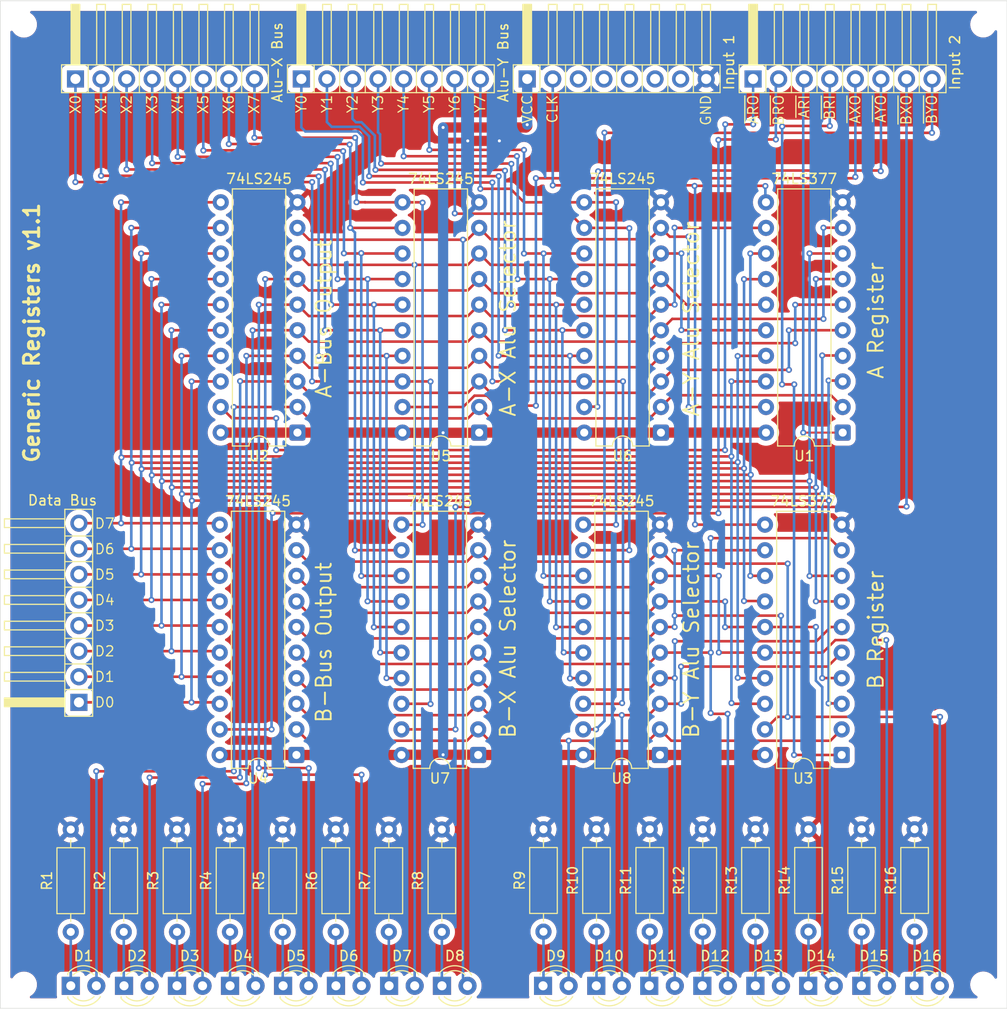
<source format=kicad_pcb>
(kicad_pcb (version 20241229) (generator "pcbnew") (generator_version "9.0")
  (title_block (title "Generic Registers") (date "2025-11-22") (rev "1.1") (company "Marco Vettigli"))
  (layers (0 "F.Cu" signal) (2 "B.Cu" signal) (13 "F.Paste" user) (15 "B.Paste" user) (5 "F.SilkS" user "F.Silkscreen") (7 "B.SilkS" user "B.Silkscreen") (1 "F.Mask" user) (3 "B.Mask" user) (25 "Edge.Cuts" user))
  (net 0 "")
  (net 1 "Net-(D1-K)")
  (net 2 "/Alu selector A-X/Q0")
  (net 3 "Net-(D2-K)")
  (net 4 "/Alu selector A-X/Q1")
  (net 5 "/Alu selector A-X/Q2")
  (net 6 "Net-(D3-K)")
  (net 7 "Net-(D4-K)")
  (net 8 "/Alu selector A-X/Q3")
  (net 9 "Net-(D5-K)")
  (net 10 "/Alu selector A-X/Q4")
  (net 11 "Net-(D6-K)")
  (net 12 "/Alu selector A-X/Q5")
  (net 13 "/Alu selector A-X/Q6")
  (net 14 "Net-(D7-K)")
  (net 15 "/Alu selector A-X/Q7")
  (net 16 "Net-(D8-K)")
  (net 17 "/Alu selector B-X/Q0")
  (net 18 "Net-(D9-K)")
  (net 19 "/Alu selector B-X/Q1")
  (net 20 "Net-(D10-K)")
  (net 21 "Net-(D11-K)")
  (net 22 "/Alu selector B-X/Q2")
  (net 23 "/Alu selector B-X/Q3")
  (net 24 "Net-(D12-K)")
  (net 25 "/Alu selector B-X/Q4")
  (net 26 "Net-(D13-K)")
  (net 27 "/Alu selector B-X/Q5")
  (net 28 "Net-(D14-K)")
  (net 29 "/Alu selector B-X/Q6")
  (net 30 "Net-(D15-K)")
  (net 31 "Net-(D16-K)")
  (net 32 "/Alu selector B-X/Q7")
  (net 33 "/D0")
  (net 34 "/D1")
  (net 35 "/D5")
  (net 36 "/D4")
  (net 37 "/D6")
  (net 38 "/D7")
  (net 39 "/D2")
  (net 40 "/D3")
  (net 41 "/X7")
  (net 42 "/X5")
  (net 43 "/X0")
  (net 44 "/X3")
  (net 45 "/X2")
  (net 46 "/X6")
  (net 47 "/X1")
  (net 48 "/X4")
  (net 49 "/Y2")
  (net 50 "/Y6")
  (net 51 "/Y1")
  (net 52 "/Y0")
  (net 53 "/Y4")
  (net 54 "/Y3")
  (net 55 "/Y7")
  (net 56 "/Y5")
  (net 57 "/VCC")
  (net 58 "/GND")
  (net 61 "/CLK")
  (net 65 "/~{BRO}")
  (net 66 "/~{AXO}")
  (net 67 "/~{ARO}")
  (net 68 "/~{AYO}")
  (net 69 "/~{BYO}")
  (net 70 "/~{ARI}")
  (net 71 "/~{BRI}")
  (net 72 "/~{BXO}")
  (footprint "Package_DIP:DIP-20_W7.62mm" (layer "F.Cu") (at 125.298326 92.936464 180)
    (property "Reference" "U6")
    (property "Value" "74LS245")
  )
  (footprint "LED_THT:LED_D3.0mm" (layer "F.Cu") (at 87.768058 147.842848)
    (property "Reference" "D5")
    (property "Value" "RED")
  )
  (footprint "LED_THT:LED_D3.0mm" (layer "F.Cu") (at 124.138058 147.842848)
    (property "Reference" "D11")
    (property "Value" "RED")
  )
  (footprint "Package_DIP:DIP-20_W7.62mm" (layer "F.Cu") (at 107.244992 92.936464 180)
    (property "Reference" "U5")
    (property "Value" "74LS245")
  )
  (footprint "MountingHole:MountingHole_2.1mm" (layer "F.Cu") (at 62.025228 52.43398)
    (property "Reference" "LU" (hide yes))
    (property "Value" "" (hide yes))
  )
  (footprint "Resistor_THT:R_Axial_DIN0207_L6.3mm_D2.5mm_P10.16mm_Horizontal" (layer "F.Cu") (at 139.954396 142.468801 90)
    (property "Reference" "R14")
    (property "Value" "220")
  )
  (footprint "Resistor_THT:R_Axial_DIN0207_L6.3mm_D2.5mm_P10.16mm_Horizontal" (layer "F.Cu") (at 134.687798 142.468801 90)
    (property "Reference" "R13")
    (property "Value" "220")
  )
  (footprint "LED_THT:LED_D3.0mm" (layer "F.Cu") (at 150.458058 147.842848)
    (property "Reference" "D16")
    (property "Value" "RED")
  )
  (footprint "LED_THT:LED_D3.0mm" (layer "F.Cu") (at 118.878058 147.842848)
    (property "Reference" "D10")
    (property "Value" "RED")
  )
  (footprint "Resistor_THT:R_Axial_DIN0207_L6.3mm_D2.5mm_P10.16mm_Horizontal" (layer "F.Cu") (at 71.942156 142.492526 90)
    (property "Reference" "R2")
    (property "Value" "220")
  )
  (footprint "LED_THT:LED_D3.0mm" (layer "F.Cu") (at 77.228058 147.842848)
    (property "Reference" "D3")
    (property "Value" "RED")
  )
  (footprint "LED_THT:LED_D3.0mm" (layer "F.Cu") (at 66.678058 147.842848)
    (property "Reference" "D1")
    (property "Value" "RED")
  )
  (footprint "Resistor_THT:R_Axial_DIN0207_L6.3mm_D2.5mm_P10.16mm_Horizontal" (layer "F.Cu") (at 150.494411 142.468801 90)
    (property "Reference" "R16")
    (property "Value" "220")
  )
  (footprint "LED_THT:LED_D3.0mm" (layer "F.Cu") (at 93.018058 147.842848)
    (property "Reference" "D6")
    (property "Value" "RED")
  )
  (footprint "LED_THT:LED_D3.0mm" (layer "F.Cu") (at 134.678058 147.842848)
    (property "Reference" "D13")
    (property "Value" "RED")
  )
  (footprint "LED_THT:LED_D3.0mm" (layer "F.Cu") (at 82.498058 147.842848)
    (property "Reference" "D4")
    (property "Value" "RED")
  )
  (footprint "Package_DIP:DIP-20_W7.62mm" (layer "F.Cu") (at 89.191659 92.936464 180)
    (property "Reference" "U2")
    (property "Value" "74LS245")
  )
  (footprint "LED_THT:LED_D3.0mm" (layer "F.Cu") (at 139.928058 147.842848)
    (property "Reference" "D14")
    (property "Value" "RED")
  )
  (footprint "Package_DIP:DIP-20_W7.62mm" (layer "F.Cu") (at 143.253163 124.931099 180)
    (property "Reference" "U3")
    (property "Value" "74LS377")
  )
  (footprint "Resistor_THT:R_Axial_DIN0207_L6.3mm_D2.5mm_P10.16mm_Horizontal" (layer "F.Cu") (at 118.898226 142.468801 90)
    (property "Reference" "R10")
    (property "Value" "220")
  )
  (footprint "Resistor_THT:R_Axial_DIN0207_L6.3mm_D2.5mm_P10.16mm_Horizontal" (layer "F.Cu") (at 98.271743 142.492526 90)
    (property "Reference" "R7")
    (property "Value" "220")
  )
  (footprint "Resistor_THT:R_Axial_DIN0207_L6.3mm_D2.5mm_P10.16mm_Horizontal" (layer "F.Cu") (at 77.230558 142.492526 90)
    (property "Reference" "R3")
    (property "Value" "220")
  )
  (footprint "Custom:PinHeader_1x08_P2.54mm_Horizontal" (layer "F.Cu") (at 112.013058 60.582848 90)
    (property "Reference" "J4" (hide yes))
    (property "Value" "Input 1")
  )
  (footprint "Resistor_THT:R_Axial_DIN0207_L6.3mm_D2.5mm_P10.16mm_Horizontal" (layer "F.Cu") (at 129.453226 142.468801 90)
    (property "Reference" "R12")
    (property "Value" "220")
  )
  (footprint "Resistor_THT:R_Axial_DIN0207_L6.3mm_D2.5mm_P10.16mm_Horizontal" (layer "F.Cu") (at 113.631628 142.468801 90)
    (property "Reference" "R9")
    (property "Value" "220")
  )
  (footprint "Custom:PinHeader_1x08_P2.54mm_Horizontal" (layer "F.Cu") (at 89.583058 60.582848 90)
    (property "Reference" "J3" (hide yes))
    (property "Value" "Alu-Y Bus")
  )
  (footprint "LED_THT:LED_D3.0mm" (layer "F.Cu") (at 71.968058 147.842848)
    (property "Reference" "D2")
    (property "Value" "RED")
  )
  (footprint "MountingHole:MountingHole_2.1mm" (layer "F.Cu") (at 157.314391 147.719835)
    (property "Reference" "LU" (hide yes))
    (property "Value" "" (hide yes))
  )
  (footprint "MountingHole:MountingHole_2.1mm" (layer "F.Cu") (at 157.319378 52.424822)
    (property "Reference" "LU" (hide yes))
    (property "Value" "" (hide yes))
  )
  (footprint "Resistor_THT:R_Axial_DIN0207_L6.3mm_D2.5mm_P10.16mm_Horizontal" (layer "F.Cu") (at 145.227813 142.468801 90)
    (property "Reference" "R15")
    (property "Value" "220")
  )
  (footprint "LED_THT:LED_D3.0mm" (layer "F.Cu") (at 145.208058 147.842848)
    (property "Reference" "D15")
    (property "Value" "RED")
  )
  (footprint "Resistor_THT:R_Axial_DIN0207_L6.3mm_D2.5mm_P10.16mm_Horizontal" (layer "F.Cu") (at 124.186628 142.468801 90)
    (property "Reference" "R11")
    (property "Value" "220")
  )
  (footprint "LED_THT:LED_D3.0mm" (layer "F.Cu") (at 129.408058 147.842848)
    (property "Reference" "D12")
    (property "Value" "RED")
  )
  (footprint "Custom:PinHeader_1x08_P2.54mm_Horizontal" (layer "F.Cu") (at 70.238058 119.707848 180)
    (property "Reference" "J1" (hide yes))
    (property "Value" "Data Bus")
  )
  (footprint "LED_THT:LED_D3.0mm" (layer "F.Cu") (at 98.298058 147.842848)
    (property "Reference" "D7")
    (property "Value" "RED")
  )
  (footprint "Custom:PinHeader_1x08_P2.54mm_Horizontal" (layer "F.Cu") (at 67.143058 60.582848 90)
    (property "Reference" "J2" (hide yes))
    (property "Value" "Alu-X Bus")
  )
  (footprint "LED_THT:LED_D3.0mm" (layer "F.Cu") (at 113.588058 147.842848)
    (property "Reference" "D9")
    (property "Value" "RED")
  )
  (footprint "Resistor_THT:R_Axial_DIN0207_L6.3mm_D2.5mm_P10.16mm_Horizontal" (layer "F.Cu") (at 87.731728 142.492526 90)
    (property "Reference" "R5")
    (property "Value" "220")
  )
  (footprint "Custom:PinHeader_1x08_P2.54mm_Horizontal" (layer "F.Cu") (at 134.453058 60.582848 90)
    (property "Reference" "J5" (hide yes))
    (property "Value" "Input 2")
  )
  (footprint "Package_DIP:DIP-20_W7.62mm" (layer "F.Cu") (at 107.146496 124.931099 180)
    (property "Reference" "U7")
    (property "Value" "74LS245")
  )
  (footprint "Package_DIP:DIP-20_W7.62mm" (layer "F.Cu") (at 125.19983 124.931099 180)
    (property "Reference" "U8")
    (property "Value" "74LS245")
  )
  (footprint "Resistor_THT:R_Axial_DIN0207_L6.3mm_D2.5mm_P10.16mm_Horizontal" (layer "F.Cu") (at 66.675558 142.492526 90)
    (property "Reference" "R1")
    (property "Value" "220")
  )
  (footprint "Package_DIP:DIP-20_W7.62mm" (layer "F.Cu") (at 143.351659 92.936464 180)
    (property "Reference" "U1")
    (property "Value" "74LS377")
  )
  (footprint "MountingHole:MountingHole_2.1mm" (layer "F.Cu") (at 62.02529 147.727353)
    (property "Reference" "LU" (hide yes))
    (property "Value" "" (hide yes))
  )
  (footprint "Resistor_THT:R_Axial_DIN0207_L6.3mm_D2.5mm_P10.16mm_Horizontal" (layer "F.Cu") (at 82.497156 142.492526 90)
    (property "Reference" "R4")
    (property "Value" "220")
  )
  (footprint "Resistor_THT:R_Axial_DIN0207_L6.3mm_D2.5mm_P10.16mm_Horizontal" (layer "F.Cu") (at 103.538341 142.492526 90)
    (property "Reference" "R8")
    (property "Value" "220")
  )
  (footprint "Resistor_THT:R_Axial_DIN0207_L6.3mm_D2.5mm_P10.16mm_Horizontal" (layer "F.Cu") (at 92.998326 142.492526 90)
    (property "Reference" "R6")
    (property "Value" "220")
  )
  (footprint "LED_THT:LED_D3.0mm" (layer "F.Cu") (at 103.548058 147.842848)
    (property "Reference" "D8")
    (property "Value" "RED")
  )
  (footprint "Package_DIP:DIP-20_W7.62mm" (layer "F.Cu") (at 89.093163 124.931099 180)
    (property "Reference" "U4")
    (property "Value" "74LS245")
  )
  (gr_rect (start 59.673058 50.077848) (end 159.673058 150.077848) (stroke (width 0.05)) (fill no) (layer "Edge.Cuts"))
  (gr_text "B-Y Alu Selector" (at 129.19 123.39 90) (layer "F.SilkS") (effects (font (size 1.5 1.5) (thickness 0.1875)) (justify left bottom)))
  (gr_text "B-X Alu Selector" (at 110.98 123.39 90) (layer "F.SilkS") (effects (font (size 1.5 1.5) (thickness 0.1875)) (justify left bottom)))
  (gr_text "A-X Alu Selector" (at 110.98 91.46 90) (layer "F.SilkS") (effects (font (size 1.5 1.5) (thickness 0.1875)) (justify left bottom)))
  (gr_text "A Register" (at 147.52 87.71 90) (layer "F.SilkS") (effects (font (size 1.5 1.5) (thickness 0.1875)) (justify left bottom)))
  (gr_text "A-Bus Output" (at 92.69 89.62 90) (layer "F.SilkS") (effects (font (size 1.5 1.5) (thickness 0.1875)) (justify left bottom)))
  (gr_text "Generic Registers v1.1" (at 63.68 96.09 90) (layer "F.SilkS") (effects (font (size 1.5 1.5) (thickness 0.3) (bold yes)) (justify left bottom)))
  (gr_text "A-Y Alu Selector" (at 129.19 91.46 90) (layer "F.SilkS") (effects (font (size 1.5 1.5) (thickness 0.1875)) (justify left bottom)))
  (gr_text "B Register" (at 147.52 118.53 90) (layer "F.SilkS") (effects (font (size 1.5 1.5) (thickness 0.1875)) (justify left bottom)))
  (gr_text "B-Bus Output" (at 92.69 121.86 90) (layer "F.SilkS") (effects (font (size 1.5 1.5) (thickness 0.1875)) (justify left bottom)))
  (segment (start 66.675558 142.492526) (end 66.675558 147.840348) (width 0.254) (layer "B.Cu") (net 1))
  (segment (start 66.675558 147.840348) (end 66.678058 147.842848) (width 0.254) (layer "B.Cu") (net 1))
  (segment (start 90.319659 91.524464) (end 106.116992 91.524464) (width 0.254) (layer "F.Cu") (net 2))
  (segment (start 82.871655 90.400365) (end 82.875556 90.396464) (width 0.254) (layer "F.Cu") (net 2))
  (segment (start 89.191659 90.396464) (end 90.319659 91.524464) (width 0.254) (layer "F.Cu") (net 2))
  (segment (start 82.873 126.55) (end 69.21 126.55) (width 0.254) (layer "F.Cu") (net 2))
  (segment (start 142.185195 89.23) (end 143.351659 90.396464) (width 0.254) (layer "F.Cu") (net 2))
  (segment (start 124.170326 91.524464) (end 125.298326 90.396464) (width 0.254) (layer "F.Cu") (net 2))
  (segment (start 107.244992 90.396464) (end 108.372992 91.524464) (width 0.254) (layer "F.Cu") (net 2))
  (segment (start 82.875556 90.396464) (end 89.191659 90.396464) (width 0.254) (layer "F.Cu") (net 2))
  (segment (start 106.116992 91.524464) (end 107.244992 90.396464) (width 0.254) (layer "F.Cu") (net 2))
  (segment (start 108.372992 91.524464) (end 124.170326 91.524464) (width 0.254) (layer "F.Cu") (net 2))
  (segment (start 125.298326 90.396464) (end 126.46479 89.23) (width 0.254) (layer "F.Cu") (net 2))
  (segment (start 126.46479 89.23) (end 142.185195 89.23) (width 0.254) (layer "F.Cu") (net 2))
  (via (at 82.873 126.55) (size 0.6) (drill 0.3) (layers "F.Cu" "B.Cu") (net 2))
  (via (at 69.21 126.55) (size 0.6) (drill 0.3) (layers "F.Cu" "B.Cu") (net 2))
  (via (at 82.871655 90.400365) (size 0.6) (drill 0.3) (layers "F.Cu" "B.Cu") (net 2))
  (segment (start 82.873 126.55) (end 82.873 126.407) (width 0.254) (layer "B.Cu") (net 2))
  (segment (start 82.89 90.41871) (end 82.871655 90.400365) (width 0.254) (layer "B.Cu") (net 2))
  (segment (start 82.89 126.39) (end 82.89 90.41871) (width 0.254) (layer "B.Cu") (net 2))
  (segment (start 69.23 126.57) (end 69.21 126.55) (width 0.254) (layer "B.Cu") (net 2))
  (segment (start 69.23 147.830906) (end 69.23 126.76) (width 0.254) (layer "B.Cu") (net 2))
  (segment (start 82.873 126.407) (end 82.89 126.39) (width 0.254) (layer "B.Cu") (net 2))
  (segment (start 69.218058 147.842848) (end 69.23 147.830906) (width 0.254) (layer "B.Cu") (net 2))
  (segment (start 69.23 126.76) (end 69.23 126.57) (width 0.254) (layer "B.Cu") (net 2))
  (segment (start 71.942156 147.816946) (end 71.968058 147.842848) (width 0.254) (layer "B.Cu") (net 3))
  (segment (start 71.942156 142.492526) (end 71.942156 147.816946) (width 0.254) (layer "B.Cu") (net 3))
  (segment (start 138.013536 82.776464) (end 143.351659 82.776464) (width 0.254) (layer "F.Cu") (net 4))
  (segment (start 89.191659 87.856464) (end 90.319659 88.984464) (width 0.254) (layer "F.Cu") (net 4))
  (segment (start 106.116992 88.984464) (end 107.244992 87.856464) (width 0.254) (layer "F.Cu") (net 4))
  (segment (start 83.48 127.16) (end 83.26 127.16) (width 0.254) (layer "F.Cu") (net 4))
  (segment (start 125.298326 87.856464) (end 126.44479 86.71) (width 0.254) (layer "F.Cu") (net 4))
  (segment (start 124.170326 88.984464) (end 125.298326 87.856464) (width 0.254) (layer "F.Cu") (net 4))
  (segment (start 83.243 127.177) (end 74.51 127.177) (width 0.254) (layer "F.Cu") (net 4))
  (segment (start 108.372992 88.984464) (end 124.170326 88.984464) (width 0.254) (layer "F.Cu") (net 4))
  (segment (start 138.01 82.78) (end 138.013536 82.776464) (width 0.254) (layer "F.Cu") (net 4))
  (segment (start 107.244992 87.856464) (end 108.372992 88.984464) (width 0.254) (layer "F.Cu") (net 4))
  (segment (start 83.5 87.83) (end 83.526464 87.856464) (width 0.254) (layer "F.Cu") (net 4))
  (segment (start 83.26 127.16) (end 83.243 127.177) (width 0.254) (layer "F.Cu") (net 4))
  (segment (start 83.526464 87.856464) (end 89.191659 87.856464) (width 0.254) (layer "F.Cu") (net 4))
  (segment (start 126.44479 86.71) (end 138.01 86.71) (width 0.254) (layer "F.Cu") (net 4))
  (segment (start 90.319659 88.984464) (end 106.116992 88.984464) (width 0.254) (layer "F.Cu") (net 4))
  (via (at 83.48 127.16) (size 0.6) (drill 0.3) (layers "F.Cu" "B.Cu") (net 4))
  (via (at 138.01 86.71) (size 0.6) (drill 0.3) (layers "F.Cu" "B.Cu") (net 4))
  (via (at 83.5 87.83) (size 0.6) (drill 0.3) (layers "F.Cu" "B.Cu") (net 4))
  (via (at 138.01 82.78) (size 0.6) (drill 0.3) (layers "F.Cu" "B.Cu") (net 4))
  (via (at 74.51 127.177) (size 0.6) (drill 0.3) (layers "F.Cu" "B.Cu") (net 4))
  (segment (start 83.5 126.92) (end 83.5 87.83) (width 0.254) (layer "B.Cu") (net 4))
  (segment (start 83.48 127.16) (end 83.48 126.94) (width 0.254) (layer "B.Cu") (net 4))
  (segment (start 138.01 86.71) (end 138.01 82.78) (width 0.254) (layer "B.Cu") (net 4))
  (segment (start 83.48 126.94) (end 83.5 126.92) (width 0.254) (layer "B.Cu") (net 4))
  (segment (start 74.508058 147.842848) (end 74.508058 127.178942) (width 0.254) (layer "B.Cu") (net 4))
  (segment (start 74.508058 127.178942) (end 74.51 127.177) (width 0.254) (layer "B.Cu") (net 4))
  (segment (start 84.123536 85.316464) (end 89.191659 85.316464) (width 0.254) (layer "F.Cu") (net 5))
  (segment (start 84.12 85.32) (end 84.123536 85.316464) (width 0.254) (layer "F.Cu") (net 5))
  (segment (start 138.95 80.25) (end 138.96 80.24) (width 0.254) (layer "F.Cu") (net 5))
  (segment (start 84.113 127.74) (end 84.053 127.8) (width 0.254) (layer "F.Cu") (net 5))
  (segment (start 84.053 127.8) (end 83.84 127.8) (width 0.254) (layer "F.Cu") (net 5))
  (segment (start 139.07 80.24) (end 139.073536 80.236464) (width 0.254) (layer "F.Cu") (net 5))
  (segment (start 83.836 127.804) (end 79.77 127.804) (width 0.254) (layer "F.Cu") (net 5))
  (segment (start 139.073536 80.236464) (end 143.351659 80.236464) (width 0.254) (layer "F.Cu") (net 5))
  (segment (start 124.170326 86.444464) (end 125.298326 85.316464) (width 0.254) (layer "F.Cu") (net 5))
  (segment (start 90.375195 86.5) (end 106.061456 86.5) (width 0.254) (layer "F.Cu") (net 5))
  (segment (start 83.84 127.8) (end 83.836 127.804) (width 0.254) (layer "F.Cu") (net 5))
  (segment (start 138.96 80.24) (end 139.07 80.24) (width 0.254) (layer "F.Cu") (net 5))
  (segment (start 125.298326 85.316464) (end 126.55479 84.06) (width 0.254) (layer "F.Cu") (net 5))
  (segment (start 138.64 80.25) (end 138.95 80.25) (width 0.254) (layer "F.Cu") (net 5))
  (segment (start 108.372992 86.444464) (end 124.170326 86.444464) (width 0.254) (layer "F.Cu") (net 5))
  (segment (start 126.55479 84.06) (end 138.637 84.06) (width 0.254) (layer "F.Cu") (net 5))
  (segment (start 106.061456 86.5) (end 107.244992 85.316464) (width 0.254) (layer "F.Cu") (net 5))
  (segment (start 107.244992 85.316464) (end 108.372992 86.444464) (width 0.254) (layer "F.Cu") (net 5))
  (segment (start 89.191659 85.316464) (end 90.375195 86.5) (width 0.254) (layer "F.Cu") (net 5))
  (via (at 138.64 80.25) (size 0.6) (drill 0.3) (layers "F.Cu" "B.Cu") (net 5))
  (via (at 84.12 85.32) (size 0.6) (drill 0.3) (layers "F.Cu" "B.Cu") (net 5))
  (via (at 84.113 127.74) (size 0.6) (drill 0.3) (layers "F.Cu" "B.Cu") (net 5))
  (via (at 138.637 84.06) (size 0.6) (drill 0.3) (layers "F.Cu" "B.Cu") (net 5))
  (via (at 79.77 127.804) (size 0.6) (drill 0.3) (layers "F.Cu" "B.Cu") (net 5))
  (segment (start 79.768058 127.805942) (end 79.77 127.804) (width 0.254) (layer "B.Cu") (net 5))
  (segment (start 138.64 80.25) (end 138.64 84.057) (width 0.254) (layer "B.Cu") (net 5))
  (segment (start 84.128 127.512) (end 84.128 85.328) (width 0.254) (layer "B.Cu") (net 5))
  (segment (start 84.06 127.58) (end 84.128 127.512) (width 0.254) (layer "B.Cu") (net 5))
  (segment (start 84.113 127.74) (end 84.06 127.687) (width 0.254) (layer "B.Cu") (net 5))
  (segment (start 138.64 84.057) (end 138.637 84.06) (width 0.254) (layer "B.Cu") (net 5))
  (segment (start 84.128 85.328) (end 84.12 85.32) (width 0.254) (layer "B.Cu") (net 5))
  (segment (start 84.06 127.687) (end 84.06 127.58) (width 0.254) (layer "B.Cu") (net 5))
  (segment (start 79.768058 147.842848) (end 79.768058 127.805942) (width 0.254) (layer "B.Cu") (net 5))
  (segment (start 77.230558 142.492526) (end 77.230558 147.840348) (width 0.254) (layer "B.Cu") (net 6))
  (segment (start 77.230558 147.840348) (end 77.228058 147.842848) (width 0.254) (layer "B.Cu") (net 6))
  (segment (start 82.497156 142.492526) (end 82.497156 147.841946) (width 0.254) (layer "B.Cu") (net 7))
  (segment (start 82.497156 147.841946) (end 82.498058 147.842848) (width 0.254) (layer "B.Cu") (net 7))
  (segment (start 143.335195 72.6) (end 143.351659 72.616464) (width 0.254) (layer "F.Cu") (net 8))
  (segment (start 108.372992 83.904464) (end 124.170326 83.904464) (width 0.254) (layer "F.Cu") (net 8))
  (segment (start 141.438464 81.648464) (end 141.44 81.65) (width 0.254) (layer "F.Cu") (net 8))
  (segment (start 141.44 72.6) (end 143.335195 72.6) (width 0.254) (layer "F.Cu") (net 8))
  (segment (start 90.319659 83.904464) (end 106.116992 83.904464) (width 0.254) (layer "F.Cu") (net 8))
  (segment (start 126.426326 81.648464) (end 141.438464 81.648464) (width 0.254) (layer "F.Cu") (net 8))
  (segment (start 85.023536 82.776464) (end 89.191659 82.776464) (width 0.254) (layer "F.Cu") (net 8))
  (segment (start 84.74 82.79) (end 85.01 82.79) (width 0.254) (layer "F.Cu") (net 8))
  (segment (start 125.298326 82.776464) (end 126.426326 81.648464) (width 0.254) (layer "F.Cu") (net 8))
  (segment (start 89.191659 82.776464) (end 90.319659 83.904464) (width 0.254) (layer "F.Cu") (net 8))
  (segment (start 85.01 82.79) (end 85.023536 82.776464) (width 0.254) (layer "F.Cu") (net 8))
  (segment (start 124.170326 83.904464) (end 125.298326 82.776464) (width 0.254) (layer "F.Cu") (net 8))
  (segment (start 106.116992 83.904464) (end 107.244992 82.776464) (width 0.254) (layer "F.Cu") (net 8))
  (segment (start 107.244992 82.776464) (end 108.372992 83.904464) (width 0.254) (layer "F.Cu") (net 8))
  (via (at 84.74 82.79) (size 0.6) (drill 0.3) (layers "F.Cu" "B.Cu") (net 8))
  (via (at 141.44 72.6) (size 0.6) (drill 0.3) (layers "F.Cu" "B.Cu") (net 8))
  (via (at 141.44 81.65) (size 0.6) (drill 0.3) (layers "F.Cu" "B.Cu") (net 8))
  (segment (start 84.74 83.04) (end 84.74 85.051873) (width 0.254) (layer "B.Cu") (net 8))
  (segment (start 84.748 85.580127) (end 84.74 85.588127) (width 0.254) (layer "B.Cu") (net 8))
  (segment (start 84.74 85.588127) (end 84.74 147.54479) (width 0.254) (layer "B.Cu") (net 8))
  (segment (start 84.74 147.54479) (end 85.038058 147.842848) (width 0.254) (layer "B.Cu") (net 8))
  (segment (start 84.74 83.04) (end 84.74 82.79) (width 0.254) (layer "B.Cu") (net 8))
  (segment (start 141.44 81.65) (end 141.44 72.6) (width 0.254) (layer "B.Cu") (net 8))
  (segment (start 84.748 85.059873) (end 84.748 85.580127) (width 0.254) (layer "B.Cu") (net 8))
  (segment (start 84.74 85.051873) (end 84.748 85.059873) (width 0.254) (layer "B.Cu") (net 8))
  (segment (start 87.731728 147.806518) (end 87.768058 147.842848) (width 0.254) (layer "B.Cu") (net 9))
  (segment (start 87.731728 142.492526) (end 87.731728 147.806518) (width 0.254) (layer "B.Cu") (net 9))
  (segment (start 126.51 80.23) (end 126.503536 80.236464) (width 0.254) (layer "F.Cu") (net 10))
  (segment (start 108.372992 81.364464) (end 124.170326 81.364464) (width 0.254) (layer "F.Cu") (net 10))
  (segment (start 90.31 126.24) (end 90.31 126.25) (width 0.254) (layer "F.Cu") (net 10))
  (segment (start 85.36 80.24) (end 85.7 80.24) (width 0.254) (layer "F.Cu") (net 10))
  (segment (start 126.65 72.6) (end 126.666464 72.616464) (width 0.254) (layer "F.Cu") (net 10))
  (segment (start 106.116992 81.364464) (end 107.244992 80.236464) (width 0.254) (layer "F.Cu") (net 10))
  (segment (start 85.7 80.24) (end 85.703536 80.236464) (width 0.254) (layer "F.Cu") (net 10))
  (segment (start 124.170326 81.364464) (end 125.298326 80.236464) (width 0.254) (layer "F.Cu") (net 10))
  (segment (start 107.244992 80.236464) (end 108.372992 81.364464) (width 0.254) (layer "F.Cu") (net 10))
  (segment (start 126.503536 80.236464) (end 125.298326 80.236464) (width 0.254) (layer "F.Cu") (net 10))
  (segment (start 126.666464 72.616464) (end 135.731659 72.616464) (width 0.254) (layer "F.Cu") (net 10))
  (segment (start 90.319659 81.364464) (end 106.116992 81.364464) (width 0.254) (layer "F.Cu") (net 10))
  (segment (start 85.367 126.23) (end 90.3 126.23) (width 0.254) (layer "F.Cu") (net 10))
  (segment (start 126.66 80.23) (end 126.51 80.23) (width 0.254) (layer "F.Cu") (net 10))
  (segment (start 89.191659 80.236464) (end 90.319659 81.364464) (width 0.254) (layer "F.Cu") (net 10))
  (segment (start 90.3 126.23) (end 90.31 126.24) (width 0.254) (layer "F.Cu") (net 10))
  (segment (start 85.703536 80.236464) (end 89.191659 80.236464) (width 0.254) (layer "F.Cu") (net 10))
  (via (at 126.65 72.6) (size 0.6) (drill 0.3) (layers "F.Cu" "B.Cu") (net 10))
  (via (at 85.36 80.24) (size 0.6) (drill 0.3) (layers "F.Cu" "B.Cu") (net 10))
  (via (at 126.66 80.23) (size 0.6) (drill 0.3) (layers "F.Cu" "B.Cu") (net 10))
  (via (at 85.367 126.23) (size 0.6) (drill 0.3) (layers "F.Cu" "B.Cu") (net 10))
  (via (at 90.31 126.25) (size 0.6) (drill 0.3) (layers "F.Cu" "B.Cu") (net 10))
  (segment (start 90.308058 127.798058) (end 90.308058 147.842848) (width 0.254) (layer "B.Cu") (net 10))
  (segment (start 126.66 80.23) (end 126.66 72.61) (width 0.254) (layer "B.Cu") (net 10))
  (segment (start 85.36 83.058127) (end 85.368 83.050127) (width 0.254) (layer "B.Cu") (net 10))
  (segment (start 85.368 82.529873) (end 85.36 82.521873) (width 0.254) (layer "B.Cu") (net 10))
  (segment (start 85.36 82.521873) (end 85.36 80.24) (width 0.254) (layer "B.Cu") (net 10))
  (segment (start 85.36 126.223) (end 85.36 83.058127) (width 0.254) (layer "B.Cu") (net 10))
  (segment (start 126.66 72.61) (end 126.65 72.6) (width 0.254) (layer "B.Cu") (net 10))
  (segment (start 85.367 126.23) (end 85.36 126.223) (width 0.254) (layer "B.Cu") (net 10))
  (segment (start 85.368 83.050127) (end 85.368 82.529873) (width 0.254) (layer "B.Cu") (net 10))
  (segment (start 90.31 127.796116) (end 90.308058 127.798058) (width 0.254) (layer "B.Cu") (net 10))
  (segment (start 90.31 126.25) (end 90.31 127.796116) (width 0.254) (layer "B.Cu") (net 10))
  (segment (start 92.998326 147.823116) (end 93.018058 147.842848) (width 0.254) (layer "B.Cu") (net 11))
  (segment (start 92.998326 142.492526) (end 92.998326 147.823116) (width 0.254) (layer "B.Cu") (net 11))
  (segment (start 95.271715 126.888285) (end 85.99 126.888285) (width 0.254) (layer "F.Cu") (net 12))
  (segment (start 127.838326 80.236464) (end 135.731659 80.236464) (width 0.254) (layer "F.Cu") (net 12))
  (segment (start 95.558058 126.89) (end 95.27343 126.89) (width 0.254) (layer "F.Cu") (net 12))
  (segment (start 123.89479 79.1) (end 125.298326 77.696464) (width 0.254) (layer "F.Cu") (net 12))
  (segment (start 95.27343 126.89) (end 95.271715 126.888285) (width 0.254) (layer "F.Cu") (net 12))
  (segment (start 106.116992 78.824464) (end 107.244992 77.696464) (width 0.254) (layer "F.Cu") (net 12))
  (segment (start 85.993536 77.696464) (end 89.191659 77.696464) (width 0.254) (layer "F.Cu") (net 12))
  (segment (start 107.244992 77.696464) (end 108.648528 79.1) (width 0.254) (layer "F.Cu") (net 12))
  (segment (start 85.99 77.7) (end 85.993536 77.696464) (width 0.254) (layer "F.Cu") (net 12))
  (segment (start 125.298326 77.696464) (end 127.838326 80.236464) (width 0.254) (layer "F.Cu") (net 12))
  (segment (start 89.191659 77.696464) (end 90.319659 78.824464) (width 0.254) (layer "F.Cu") (net 12))
  (segment (start 90.319659 78.824464) (end 106.116992 78.824464) (width 0.254) (layer "F.Cu") (net 12))
  (segment (start 108.648528 79.1) (end 123.89479 79.1) (width 0.254) (layer "F.Cu") (net 12))
  (via (at 95.558058 126.89) (size 0.6) (drill 0.3) (layers "F.Cu" "B.Cu") (net 12))
  (via (at 85.99 126.888285) (size 0.6) (drill 0.3) (layers "F.Cu" "B.Cu") (net 12))
  (via (at 85.99 77.7) (size 0.6) (drill 0.3) (layers "F.Cu" "B.Cu") (net 12))
  (segment (start 85.995 77.705) (end 85.99 77.7) (width 0.254) (layer "B.Cu") (net 12))
  (segment (start 85.995 126.71489) (end 85.995 77.705) (width 0.254) (layer "B.Cu") (net 12))
  (segment (start 95.558058 126.89) (end 95.558058 147.842848) (width 0.254) (layer "B.Cu") (net 12))
  (segment (start 85.99 126.71989) (end 85.995 126.71489) (width 0.254) (layer "B.Cu") (net 12))
  (segment (start 85.99 126.888285) (end 85.99 126.71989) (width 0.254) (layer "B.Cu") (net 12))
  (segment (start 90.319659 76.284464) (end 100.83 76.284464) (width 0.254) (layer "F.Cu") (net 13))
  (segment (start 127.33 82.76) (end 127.346464 82.776464) (width 0.254) (layer "F.Cu") (net 13))
  (segment (start 106.116992 76.284464) (end 107.244992 75.156464) (width 0.254) (layer "F.Cu") (net 13))
  (segment (start 89.191659 75.156464) (end 90.319659 76.284464) (width 0.254) (layer "F.Cu") (net 13))
  (segment (start 108.372992 76.284464) (end 124.170326 76.284464) (width 0.254) (layer "F.Cu") (net 13))
  (segment (start 127.346464 82.776464) (end 135.731659 82.776464) (width 0.254) (layer "F.Cu") (net 13))
  (segment (start 100.83 76.284464) (end 106.116992 76.284464) (width 0.254) (layer "F.Cu") (net 13))
  (segment (start 125.298326 75.156464) (end 127.323536 75.156464) (width 0.254) (layer "F.Cu") (net 13))
  (segment (start 107.244992 75.156464) (end 108.372992 76.284464) (width 0.254) (layer "F.Cu") (net 13))
  (segment (start 124.170326 76.284464) (end 125.298326 75.156464) (width 0.254) (layer "F.Cu") (net 13))
  (segment (start 127.323536 75.156464) (end 127.33 75.15) (width 0.254) (layer "F.Cu") (net 13))
  (via (at 127.33 75.15) (size 0.6) (drill 0.3) (layers "F.Cu" "B.Cu") (net 13))
  (via (at 100.83 76.284464) (size 0.6) (drill 0.3) (layers "F.Cu" "B.Cu") (net 13))
  (via (at 127.33 82.76) (size 0.6) (drill 0.3) (layers "F.Cu" "B.Cu") (net 13))
  (segment (start 100.838058 147.842848) (end 100.838058 76.292522) (width 0.254) (layer "B.Cu") (net 13))
  (segment (start 100.838058 76.292522) (end 100.83 76.284464) (width 0.254) (layer "B.Cu") (net 13))
  (segment (start 127.33 75.15) (end 127.33 82.76) (width 0.254) (layer "B.Cu") (net 13))
  (segment (start 98.271743 147.816533) (end 98.298058 147.842848) (width 0.254) (layer "B.Cu") (net 14))
  (segment (start 98.271743 142.492526) (end 98.271743 147.816533) (width 0.254) (layer "B.Cu") (net 14))
  (segment (start 105.64 73.79) (end 106.071456 73.79) (width 0.254) (layer "F.Cu") (net 15))
  (segment (start 125.298326 72.616464) (end 126.171862 73.49) (width 0.254) (layer "F.Cu") (net 15))
  (segment (start 124.170326 73.744464) (end 125.298326 72.616464) (width 0.254) (layer "F.Cu") (net 15))
  (segment (start 90.365195 73.79) (end 105.64 73.79) (width 0.254) (layer "F.Cu") (net 15))
  (segment (start 128.066464 90.396464) (end 135.731659 90.396464) (width 0.254) (layer "F.Cu") (net 15))
  (segment (start 128.06 90.39) (end 128.066464 90.396464) (width 0.254) (layer "F.Cu") (net 15))
  (segment (start 106.071456 73.79) (end 107.244992 72.616464) (width 0.254) (layer "F.Cu") (net 15))
  (segment (start 89.191659 72.616464) (end 90.365195 73.79) (width 0.254) (layer "F.Cu") (net 15))
  (segment (start 126.171862 73.49) (end 128.03 73.49) (width 0.254) (layer "F.Cu") (net 15))
  (segment (start 107.244992 72.616464) (end 108.372992 73.744464) (width 0.254) (layer "F.Cu") (net 15))
  (segment (start 108.372992 73.744464) (end 124.170326 73.744464) (width 0.254) (layer "F.Cu") (net 15))
  (via (at 128.03 73.49) (size 0.6) (drill 0.3) (layers "F.Cu" "B.Cu") (net 15))
  (via (at 105.64 73.79) (size 0.6) (drill 0.3) (layers "F.Cu" "B.Cu") (net 15))
  (via (at 128.06 90.39) (size 0.6) (drill 0.3) (layers "F.Cu" "B.Cu") (net 15))
  (segment (start 105.64 147.39479) (end 105.64 73.79) (width 0.254) (layer "B.Cu") (net 15))
  (segment (start 106.088058 147.842848) (end 105.64 147.39479) (width 0.254) (layer "B.Cu") (net 15))
  (segment (start 128.03 90.36) (end 128.06 90.39) (width 0.254) (layer "B.Cu") (net 15))
  (segment (start 128.03 73.49) (end 128.03 90.36) (width 0.254) (layer "B.Cu") (net 15))
  (segment (start 103.538341 147.833131) (end 103.548058 147.842848) (width 0.254) (layer "B.Cu") (net 16))
  (segment (start 103.538341 142.492526) (end 103.538341 147.833131) (width 0.254) (layer "B.Cu") (net 16))
  (segment (start 124.07183 123.519099) (end 125.19983 122.391099) (width 0.254) (layer "F.Cu") (net 17))
  (segment (start 106.018496 123.519099) (end 107.146496 122.391099) (width 0.254) (layer "F.Cu") (net 17))
  (segment (start 89.093163 122.391099) (end 90.221163 123.519099) (width 0.254) (layer "F.Cu") (net 17))
  (segment (start 142.125163 123.519099) (end 143.253163 122.391099) (width 0.254) (layer "F.Cu") (net 17))
  (segment (start 126.32783 123.519099) (end 142.125163 123.519099) (width 0.254) (layer "F.Cu") (net 17))
  (segment (start 108.274496 123.519099) (end 116.14 123.519099) (width 0.254) (layer "F.Cu") (net 17))
  (segment (start 116.14 123.519099) (end 124.07183 123.519099) (width 0.254) (layer "F.Cu") (net 17))
  (segment (start 90.221163 123.519099) (end 106.018496 123.519099) (width 0.254) (layer "F.Cu") (net 17))
  (segment (start 125.19983 122.391099) (end 126.32783 123.519099) (width 0.254) (layer "F.Cu") (net 17))
  (segment (start 107.146496 122.391099) (end 108.274496 123.519099) (width 0.254) (layer "F.Cu") (net 17))
  (via (at 116.14 123.519099) (size 0.6) (drill 0.3) (layers "F.Cu" "B.Cu") (net 17))
  (segment (start 116.128058 123.531041) (end 116.14 123.519099) (width 0.254) (layer "B.Cu") (net 17))
  (segment (start 116.128058 147.842848) (end 116.128058 123.531041) (width 0.254) (layer "B.Cu") (net 17))
  (segment (start 113.631628 147.799278) (end 113.588058 147.842848) (width 0.254) (layer "B.Cu") (net 18))
  (segment (start 113.631628 142.468801) (end 113.631628 147.799278) (width 0.254) (layer "B.Cu") (net 18))
  (segment (start 128.890929 116.16) (end 141.864262 116.16) (width 0.254) (layer "F.Cu") (net 19))
  (segment (start 125.200929 119.85) (end 125.19983 119.851099) (width 0.254) (layer "F.Cu") (net 19))
  (segment (start 89.093163 119.851099) (end 90.221163 120.979099) (width 0.254) (layer "F.Cu") (net 19))
  (segment (start 141.864262 116.16) (end 143.253163 114.771099) (width 0.254) (layer "F.Cu") (net 19))
  (segment (start 121.41 120.979099) (end 124.07183 120.979099) (width 0.254) (layer "F.Cu") (net 19))
  (segment (start 127.3 119.85) (end 125.200929 119.85) (width 0.254) (layer "F.Cu") (net 19))
  (segment (start 90.221163 120.979099) (end 106.018496 120.979099) (width 0.254) (layer "F.Cu") (net 19))
  (segment (start 107.146496 119.851099) (end 108.274496 120.979099) (width 0.254) (layer "F.Cu") (net 19))
  (segment (start 108.274496 120.979099) (end 121.41 120.979099) (width 0.254) (layer "F.Cu") (net 19))
  (segment (start 124.07183 120.979099) (end 125.19983 119.851099) (width 0.254) (layer "F.Cu") (net 19))
  (segment (start 128.890929 116.16) (end 127.297 116.16) (width 0.254) (layer "F.Cu") (net 19))
  (segment (start 106.018496 120.979099) (end 107.146496 119.851099) (width 0.254) (layer "F.Cu") (net 19))
  (via (at 127.3 119.85) (size 0.6) (drill 0.3) (layers "F.Cu" "B.Cu") (net 19))
  (via (at 121.41 120.979099) (size 0.6) (drill 0.3) (layers "F.Cu" "B.Cu") (net 19))
  (via (at 127.297 116.16) (size 0.6) (drill 0.3) (layers "F.Cu" "B.Cu") (net 19))
  (segment (start 127.297 119.847) (end 127.3 119.85) (width 0.254) (layer "B.Cu") (net 19))
  (segment (start 121.418058 120.987157) (end 121.41 120.979099) (width 0.254) (layer "B.Cu") (net 19))
  (segment (start 127.297 116.16) (end 127.297 119.847) (width 0.254) (layer "B.Cu") (net 19))
  (segment (start 121.418058 147.842848) (end 121.418058 120.987157) (width 0.254) (layer "B.Cu") (net 19))
  (segment (start 118.898226 147.82268) (end 118.878058 147.842848) (width 0.254) (layer "B.Cu") (net 20))
  (segment (start 118.898226 142.468801) (end 118.898226 147.82268) (width 0.254) (layer "B.Cu") (net 20))
  (segment (start 124.186628 147.794278) (end 124.138058 147.842848) (width 0.254) (layer "B.Cu") (net 21))
  (segment (start 124.186628 142.468801) (end 124.186628 147.794278) (width 0.254) (layer "B.Cu") (net 21))
  (segment (start 140.746901 113.643099) (end 142.158901 112.231099) (width 0.254) (layer "F.Cu") (net 22))
  (segment (start 108.274496 118.439099) (end 124.07183 118.439099) (width 0.254) (layer "F.Cu") (net 22))
  (segment (start 107.146496 117.311099) (end 108.274496 118.439099) (width 0.254) (layer "F.Cu") (net 22))
  (segment (start 126.67 117.3) (end 125.210929 117.3) (width 0.254) (layer "F.Cu") (net 22))
  (segment (start 142.158901 112.231099) (end 143.253163 112.231099) (width 0.254) (layer "F.Cu") (net 22))
  (segment (start 89.093163 117.311099) (end 90.221163 118.439099) (width 0.254) (layer "F.Cu") (net 22))
  (segment (start 125.210929 117.3) (end 125.19983 117.311099) (width 0.254) (layer "F.Cu") (net 22))
  (segment (start 106.018496 118.439099) (end 107.146496 117.311099) (width 0.254) (layer "F.Cu") (net 22))
  (segment (start 124.07183 118.439099) (end 125.19983 117.311099) (width 0.254) (layer "F.Cu") (net 22))
  (segment (start 126.68 113.64) (end 126.683099 113.643099) (width 0.254) (layer "F.Cu") (net 22))
  (segment (start 90.221163 118.439099) (end 106.018496 118.439099) (width 0.254) (layer "F.Cu") (net 22))
  (segment (start 126.683099 113.643099) (end 140.746901 113.643099) (width 0.254) (layer "F.Cu") (net 22))
  (via (at 126.67 117.3) (size 0.6) (drill 0.3) (layers "F.Cu" "B.Cu") (net 22))
  (via (at 126.68 113.64) (size 0.6) (drill 0.3) (layers "F.Cu" "B.Cu") (net 22))
  (segment (start 126.67 147.83479) (end 126.67 117.3) (width 0.254) (layer "B.Cu") (net 22))
  (segment (start 126.67 113.65) (end 126.67 117.3) (width 0.254) (layer "B.Cu") (net 22))
  (segment (start 126.678058 147.842848) (end 126.67 147.83479) (width 0.254) (layer "B.Cu") (net 22))
  (segment (start 126.68 113.64) (end 126.67 113.65) (width 0.254) (layer "B.Cu") (net 22))
  (segment (start 130.24 120.77) (end 130.32 120.85) (width 0.254) (layer "F.Cu") (net 23))
  (segment (start 130.250075 114.77111) (end 130.250064 114.771099) (width 0.254) (layer "F.Cu") (net 23))
  (segment (start 106.018496 115.899099) (end 107.146496 114.771099) (width 0.254) (layer "F.Cu") (net 23))
  (segment (start 142.052064 103.41) (end 143.253163 104.611099) (width 0.254) (layer "F.Cu") (net 23))
  (segment (start 107.146496 114.771099) (end 108.274496 115.899099) (width 0.254) (layer "F.Cu") (net 23))
  (segment (start 90.221163 115.899099) (end 106.018496 115.899099) (width 0.254) (layer "F.Cu") (net 23))
  (segment (start 89.093163 114.771099) (end 90.221163 115.899099) (width 0.254) (layer "F.Cu") (net 23))
  (segment (start 108.274496 115.899099) (end 124.07183 115.899099) (width 0.254) (layer "F.Cu") (net 23))
  (segment (start 130.32 120.85) (end 131.92 120.85) (width 0.254) (layer "F.Cu") (net 23))
  (segment (start 130.24 103.41) (end 142.052064 103.41) (width 0.254) (layer "F.Cu") (net 23))
  (segment (start 130.250064 114.771099) (end 125.19983 114.771099) (width 0.254) (layer "F.Cu") (net 23))
  (segment (start 124.07183 115.899099) (end 125.19983 114.771099) (width 0.254) (layer "F.Cu") (net 23))
  (via (at 130.24 120.77) (size 0.6) (drill 0.3) (layers "F.Cu" "B.Cu") (net 23))
  (via (at 131.92 120.85) (size 0.6) (drill 0.3) (layers "F.Cu" "B.Cu") (net 23))
  (via (at 130.250075 114.77111) (size 0.6) (drill 0.3) (layers "F.Cu" "B.Cu") (net 23))
  (via (at 130.24 103.41) (size 0.6) (drill 0.3) (layers "F.Cu" "B.Cu") (net 23))
  (segment (start 131.948058 147.842848) (end 131.948058 120.878058) (width 0.254) (layer "B.Cu") (net 23))
  (segment (start 130.24 120.77) (end 130.24 114.781185) (width 0.254) (layer "B.Cu") (net 23))
  (segment (start 131.948058 120.878058) (end 131.92 120.85) (width 0.254) (layer "B.Cu") (net 23))
  (segment (start 130.250075 114.77111) (end 130.250075 103.420075) (width 0.254) (layer "B.Cu") (net 23))
  (segment (start 130.24 114.781185) (end 130.250075 114.77111) (width 0.254) (layer "B.Cu") (net 23))
  (segment (start 130.250075 103.420075) (end 130.24 103.41) (width 0.254) (layer "B.Cu") (net 23))
  (segment (start 129.453226 142.468801) (end 129.453226 147.79768) (width 0.254) (layer "B.Cu") (net 24))
  (segment (start 129.453226 147.79768) (end 129.408058 147.842848) (width 0.254) (layer "B.Cu") (net 24))
  (segment (start 137.21 111.1) (end 126.66 111.1) (width 0.254) (layer "F.Cu") (net 25))
  (segment (start 89.093163 112.231099) (end 90.221163 113.359099) (width 0.254) (layer "F.Cu") (net 25))
  (segment (start 126.678901 104.611099) (end 135.633163 104.611099) (width 0.254) (layer "F.Cu") (net 25))
  (segment (start 108.274496 113.359099) (end 124.07183 113.359099) (width 0.254) (layer "F.Cu") (net 25))
  (segment (start 137.22 111.11) (end 137.21 111.1) (width 0.254) (layer "F.Cu") (net 25))
  (segment (start 125.19983 112.231099) (end 126.658901 112.231099) (width 0.254) (layer "F.Cu") (net 25))
  (segment (start 107.146496 112.231099) (end 108.274496 113.359099) (width 0.254) (layer "F.Cu") (net 25))
  (segment (start 126.658901 112.231099) (end 126.66 112.23) (width 0.254) (layer "F.Cu") (net 25))
  (segment (start 124.07183 113.359099) (end 125.19983 112.231099) (width 0.254) (layer "F.Cu") (net 25))
  (segment (start 106.018496 113.359099) (end 107.146496 112.231099) (width 0.254) (layer "F.Cu") (net 25))
  (segment (start 126.64 104.65) (end 126.678901 104.611099) (width 0.254) (layer "F.Cu") (net 25))
  (segment (start 90.221163 113.359099) (end 106.018496 113.359099) (width 0.254) (layer "F.Cu") (net 25))
  (via (at 126.66 111.1) (size 0.6) (drill 0.3) (layers "F.Cu" "B.Cu") (net 25))
  (via (at 137.22 111.11) (size 0.6) (drill 0.3) (layers "F.Cu" "B.Cu") (net 25))
  (via (at 126.66 112.23) (size 0.6) (drill 0.3) (layers "F.Cu" "B.Cu") (net 25))
  (via (at 126.64 104.65) (size 0.6) (drill 0.3) (layers "F.Cu" "B.Cu") (net 25))
  (segment (start 126.66 112.23) (end 126.66 111.1) (width 0.254) (layer "B.Cu") (net 25))
  (segment (start 126.66 111.1) (end 126.66 104.67) (width 0.254) (layer "B.Cu") (net 25))
  (segment (start 137.218058 111.111942) (end 137.22 111.11) (width 0.254) (layer "B.Cu") (net 25))
  (segment (start 137.218058 147.842848) (end 137.218058 111.111942) (width 0.254) (layer "B.Cu") (net 25))
  (segment (start 126.66 104.67) (end 126.64 104.65) (width 0.254) (layer "B.Cu") (net 25))
  (segment (start 134.687798 142.468801) (end 134.687798 147.833108) (width 0.254) (layer "B.Cu") (net 26))
  (segment (start 134.687798 147.833108) (end 134.678058 147.842848) (width 0.254) (layer "B.Cu") (net 26))
  (segment (start 125.19983 109.691099) (end 131.663099 109.691099) (width 0.254) (layer "F.Cu") (net 27))
  (segment (start 89.093163 109.691099) (end 90.221163 110.819099) (width 0.254) (layer "F.Cu") (net 27))
  (segment (start 131.678901 112.231099) (end 135.633163 112.231099) (width 0.254) (layer "F.Cu") (net 27))
  (segment (start 140.44 112.22) (end 140.428901 112.231099) (width 0.254) (layer "F.Cu") (net 27))
  (segment (start 140.428901 112.231099) (end 135.633163 112.231099) (width 0.254) (layer "F.Cu") (net 27))
  (segment (start 140.69 112.22) (end 140.44 112.22) (width 0.254) (layer "F.Cu") (net 27))
  (segment (start 124.07183 110.819099) (end 125.19983 109.691099) (width 0.254) (layer "F.Cu") (net 27))
  (segment (start 107.146496 109.691099) (end 108.274496 110.819099) (width 0.254) (layer "F.Cu") (net 27))
  (segment (start 90.221163 110.819099) (end 106.018496 110.819099) (width 0.254) (layer "F.Cu") (net 27))
  (segment (start 131.663099 109.691099) (end 131.672 109.7) (width 0.254) (layer "F.Cu") (net 27))
  (segment (start 106.018496 110.819099) (end 107.146496 109.691099) (width 0.254) (layer "F.Cu") (net 27))
  (segment (start 131.67 112.24) (end 131.678901 112.231099) (width 0.254) (layer "F.Cu") (net 27))
  (segment (start 108.274496 110.819099) (end 124.07183 110.819099) (width 0.254) (layer "F.Cu") (net 27))
  (via (at 140.69 112.22) (size 0.6) (drill 0.3) (layers "F.Cu" "B.Cu") (net 27))
  (via (at 131.672 109.7) (size 0.6) (drill 0.3) (layers "F.Cu" "B.Cu") (net 27))
  (via (at 131.67 112.24) (size 0.6) (drill 0.3) (layers "F.Cu" "B.Cu") (net 27))
  (segment (start 141.322 146.69679) (end 141.322 118.187127) (width 0.254) (layer "B.Cu") (net 27))
  (segment (start 141.322 118.187127) (end 140.69 117.555127) (width 0.254) (layer "B.Cu") (net 27))
  (segment (start 131.672 109.7) (end 131.672 112.238) (width 0.254) (layer "B.Cu") (net 27))
  (segment (start 140.69 117.555127) (end 140.69 112.22) (width 0.254) (layer "B.Cu") (net 27))
  (segment (start 142.468058 147.842848) (end 141.322 146.69679) (width 0.254) (layer "B.Cu") (net 27))
  (segment (start 131.672 112.238) (end 131.67 112.24) (width 0.254) (layer "B.Cu") (net 27))
  (segment (start 139.954396 142.468801) (end 139.954396 147.81651) (width 0.254) (layer "B.Cu") (net 28))
  (segment (start 139.954396 147.81651) (end 139.928058 147.842848) (width 0.254) (layer "B.Cu") (net 28))
  (segment (start 141.378901 114.771099) (end 135.633163 114.771099) (width 0.254) (layer "F.Cu") (net 29))
  (segment (start 90.221163 108.279099) (end 106.018496 108.279099) (width 0.254) (layer "F.Cu") (net 29))
  (segment (start 131.061099 114.771099) (end 135.633163 114.771099) (width 0.254) (layer "F.Cu") (net 29))
  (segment (start 142.62 113.53) (end 141.378901 114.771099) (width 0.254) (layer "F.Cu") (net 29))
  (segment (start 124.07183 108.279099) (end 125.19983 107.151099) (width 0.254) (layer "F.Cu") (net 29))
  (segment (start 108.274496 108.279099) (end 124.07183 108.279099) (width 0.254) (layer "F.Cu") (net 29))
  (segment (start 106.018496 108.279099) (end 107.146496 107.151099) (width 0.254) (layer "F.Cu") (net 29))
  (segment (start 107.146496 107.151099) (end 108.274496 108.279099) (width 0.254) (layer "F.Cu") (net 29))
  (segment (start 89.093163 107.151099) (end 90.221163 108.279099) (width 0.254) (layer "F.Cu") (net 29))
  (segment (start 131.05 114.76) (end 131.061099 114.771099) (width 0.254) (layer "F.Cu") (net 29))
  (segment (start 131.04 107.151099) (end 125.19983 107.151099) (width 0.254) (layer "F.Cu") (net 29))
  (segment (start 147.673802 113.53) (end 142.62 113.53) (width 0.254) (layer "F.Cu") (net 29))
  (via (at 131.04 107.151099) (size 0.6) (drill 0.3) (layers "F.Cu" "B.Cu") (net 29))
  (via (at 131.05 114.76) (size 0.6) (drill 0.3) (layers "F.Cu" "B.Cu") (net 29))
  (via (at 147.673802 113.53) (size 0.6) (drill 0.3) (layers "F.Cu" "B.Cu") (net 29))
  (segment (start 131.04 107.151099) (end 131.04 107.316) (width 0.254) (layer "B.Cu") (net 29))
  (segment (start 131.042 107.318) (end 131.042 114.752) (width 0.254) (layer "B.Cu") (net 29))
  (segment (start 147.73 113.52) (end 147.73 147.82479) (width 0.254) (layer "B.Cu") (net 29))
  (segment (start 131.042 114.752) (end 131.05 114.76) (width 0.254) (layer "B.Cu") (net 29))
  (segment (start 131.04 107.316) (end 131.042 107.318) (width 0.254) (layer "B.Cu") (net 29))
  (segment (start 147.73 147.82479) (end 147.748058 147.842848) (width 0.254) (layer "B.Cu") (net 29))
  (segment (start 145.227813 147.823093) (end 145.208058 147.842848) (width 0.254) (layer "B.Cu") (net 30))
  (segment (start 145.227813 142.468801) (end 145.227813 147.823093) (width 0.254) (layer "B.Cu") (net 30))
  (segment (start 150.494411 142.468801) (end 150.494411 147.806495) (width 0.254) (layer "B.Cu") (net 31))
  (segment (start 150.494411 147.806495) (end 150.458058 147.842848) (width 0.254) (layer "B.Cu") (net 31))
  (segment (start 137.89 105.94) (end 126.528731 105.94) (width 0.254) (layer "F.Cu") (net 32))
  (segment (start 106.018496 105.739099) (end 107.146496 104.611099) (width 0.254) (layer "F.Cu") (net 32))
  (segment (start 107.146496 104.611099) (end 108.274496 105.739099) (width 0.254) (layer "F.Cu") (net 32))
  (segment (start 89.093163 104.611099) (end 90.221163 105.739099) (width 0.254) (layer "F.Cu") (net 32))
  (segment (start 152.998058 121.171942) (end 153.02 121.15) (width 0.254) (layer "F.Cu") (net 32))
  (segment (start 108.274496 105.739099) (end 124.07183 105.739099) (width 0.254) (layer "F.Cu") (net 32))
  (segment (start 136.874262 121.15) (end 135.633163 122.391099) (width 0.254) (layer "F.Cu") (net 32))
  (segment (start 126.528731 105.94) (end 125.19983 104.611099) (width 0.254) (layer "F.Cu") (net 32))
  (segment (start 124.07183 105.739099) (end 125.19983 104.611099) (width 0.254) (layer "F.Cu") (net 32))
  (segment (start 153.02 121.15) (end 136.874262 121.15) (width 0.254) (layer "F.Cu") (net 32))
  (segment (start 90.221163 105.739099) (end 106.018496 105.739099) (width 0.254) (layer "F.Cu") (net 32))
  (via (at 137.89 121.15) (size 0.6) (drill 0.3) (layers "F.Cu" "B.Cu") (net 32))
  (via (at 137.89 105.94) (size 0.6) (drill 0.3) (layers "F.Cu" "B.Cu") (net 32))
  (via (at 153.02 121.15) (size 0.6) (drill 0.3) (layers "F.Cu" "B.Cu") (net 32))
  (segment (start 152.998058 121.171942) (end 152.998058 147.842848) (width 0.254) (layer "B.Cu") (net 32))
  (segment (start 153.02 121.15) (end 152.998058 121.171942) (width 0.254) (layer "B.Cu") (net 32))
  (segment (start 152.96 121.15) (end 152.8 120.99) (width 0.254) (layer "B.Cu") (net 32))
  (segment (start 137.89 121.15) (end 137.89 105.94) (width 0.254) (layer "B.Cu") (net 32))
  (segment (start 153.02 121.15) (end 152.96 121.15) (width 0.254) (layer "B.Cu") (net 32))
  (segment (start 81.571659 87.856464) (end 78.683536 87.856464) (width 0.254) (layer "F.Cu") (net 33))
  (segment (start 78.84 99.686) (end 141.99 99.686) (width 0.254) (layer "F.Cu") (net 33))
  (segment (start 143.212064 119.81) (end 143.253163 119.851099) (width 0.254) (layer "F.Cu") (net 33))
  (segment (start 78.71 99.696) (end 78.83 99.696) (width 0.254) (layer "F.Cu") (net 33))
  (segment (start 78.683536 87.856464) (end 78.68 87.86) (width 0.254) (layer "F.Cu") (net 33))
  (segment (start 143.265195 87.77) (end 143.351659 87.856464) (width 0.254) (layer "F.Cu") (net 33))
  (segment (start 78.67 119.707848) (end 67.488058 119.707848) (width 0.254) (layer "F.Cu") (net 33))
  (segment (start 78.83 99.696) (end 78.84 99.686) (width 0.254) (layer "F.Cu") (net 33))
  (segment (start 81.329912 119.707848) (end 81.473163 119.851099) (width 0.254) (layer "F.Cu") (net 33))
  (segment (start 141.95 119.81) (end 143.212064 119.81) (width 0.254) (layer "F.Cu") (net 33))
  (segment (start 141.95 87.77) (end 143.265195 87.77) (width 0.254) (layer "F.Cu") (net 33))
  (segment (start 78.67 119.707848) (end 81.329912 119.707848) (width 0.254) (layer "F.Cu") (net 33))
  (via (at 141.95 87.77) (size 0.6) (drill 0.3) (layers "F.Cu" "B.Cu") (net 33))
  (via (at 78.71 99.696) (size 0.6) (drill 0.3) (layers "F.Cu" "B.Cu") (net 33))
  (via (at 141.95 119.81) (size 0.6) (drill 0.3) (layers "F.Cu" "B.Cu") (net 33))
  (via (at 78.67 119.707848) (size 0.6) (drill 0.3) (layers "F.Cu" "B.Cu") (net 33))
  (via (at 78.68 87.86) (size 0.6) (drill 0.3) (layers "F.Cu" "B.Cu") (net 33))
  (via (at 141.99 99.686) (size 0.6) (drill 0.3) (layers "F.Cu" "B.Cu") (net 33))
  (segment (start 141.95 100.59) (end 141.95 119.81) (width 0.254) (layer "B.Cu") (net 33))
  (segment (start 78.68 87.86) (end 78.67 87.87) (width 0.254) (layer "B.Cu") (net 33))
  (segment (start 141.95 100.59) (end 141.95 87.77) (width 0.254) (layer "B.Cu") (net 33))
  (segment (start 78.67 87.87) (end 78.67 119.707848) (width 0.254) (layer "B.Cu") (net 33))
  (segment (start 141.32 85.28) (end 143.315195 85.28) (width 0.254) (layer "F.Cu") (net 34))
  (segment (start 77.68 117.167848) (end 81.329912 117.167848) (width 0.254) (layer "F.Cu") (net 34))
  (segment (start 77.683536 85.316464) (end 77.68 85.32) (width 0.254) (layer "F.Cu") (net 34))
  (segment (start 143.315195 85.28) (end 143.351659 85.316464) (width 0.254) (layer "F.Cu") (net 34))
  (segment (start 141.323 117.3) (end 143.242064 117.3) (width 0.254) (layer "F.Cu") (net 34))
  (segment (start 81.329912 117.167848) (end 81.473163 117.311099) (width 0.254) (layer "F.Cu") (net 34))
  (segment (start 81.571659 85.316464) (end 77.683536 85.316464) (width 0.254) (layer "F.Cu") (net 34))
  (segment (start 143.242064 117.3) (end 143.253163 117.311099) (width 0.254) (layer "F.Cu") (net 34))
  (segment (start 77.68 117.167848) (end 67.488058 117.167848) (width 0.254) (layer "F.Cu") (net 34))
  (segment (start 141.3218 99.026) (end 141.323 99.0248) (width 0.254) (layer "F.Cu") (net 34))
  (segment (start 77.72 99.026) (end 141.3218 99.026) (width 0.254) (layer "F.Cu") (net 34))
  (via (at 141.323 99.0248) (size 0.6) (drill 0.3) (layers "F.Cu" "B.Cu") (net 34))
  (via (at 77.72 99.026) (size 0.6) (drill 0.3) (layers "F.Cu" "B.Cu") (net 34))
  (via (at 77.68 117.167848) (size 0.6) (drill 0.3) (layers "F.Cu" "B.Cu") (net 34))
  (via (at 141.323 117.3) (size 0.6) (drill 0.3) (layers "F.Cu" "B.Cu") (net 34))
  (via (at 77.68 85.32) (size 0.6) (drill 0.3) (layers "F.Cu" "B.Cu") (net 34))
  (via (at 141.32 85.28) (size 0.6) (drill 0.3) (layers "F.Cu" "B.Cu") (net 34))
  (segment (start 141.323 99.0248) (end 141.323 117.3) (width 0.254) (layer "B.Cu") (net 34))
  (segment (start 141.323 85.283) (end 141.32 85.28) (width 0.2) (layer "B.Cu") (net 34))
  (segment (start 77.68 99.93) (end 77.68 117.167848) (width 0.254) (layer "B.Cu") (net 34))
  (segment (start 77.68 85.32) (end 77.68 99.93) (width 0.254) (layer "B.Cu") (net 34))
  (segment (start 141.323 99.0248) (end 141.32 99.0218) (width 0.254) (layer "B.Cu") (net 34))
  (segment (start 141.32 99.0218) (end 141.32 85.28) (width 0.254) (layer "B.Cu") (net 34))
  (segment (start 73.832 96.538) (end 73.814 96.556) (width 0.254) (layer "F.Cu") (net 35))
  (segment (start 133.55 77.71) (end 135.718123 77.71) (width 0.254) (layer "F.Cu") (net 35))
  (segment (start 81.329912 107.007848) (end 81.473163 107.151099) (width 0.254) (layer "F.Cu") (net 35))
  (segment (start 73.71 96.556) (end 73.772 96.494) (width 0.254) (layer "F.Cu") (net 35))
  (segment (start 133.55 109.65) (end 135.592064 109.65) (width 0.254) (layer "F.Cu") (net 35))
  (segment (start 73.67 107.007848) (end 67.488058 107.007848) (width 0.254) (layer "F.Cu") (net 35))
  (segment (start 73.814 96.556) (end 73.71 96.556) (width 0.254) (layer "F.Cu") (net 35))
  (segment (start 73.67 107.007848) (end 81.329912 107.007848) (width 0.254) (layer "F.Cu") (net 35))
  (segment (start 73.772 96.494) (end 133.553 96.494) (width 0.254) (layer "F.Cu") (net 35))
  (segment (start 135.592064 109.65) (end 135.633163 109.691099) (width 0.254) (layer "F.Cu") (net 35))
  (segment (start 81.571659 75.156464) (end 73.673536 75.156464) (width 0.254) (layer "F.Cu") (net 35))
  (segment (start 73.673536 75.156464) (end 73.67 75.16) (width 0.254) (layer "F.Cu") (net 35))
  (segment (start 135.718123 77.71) (end 135.731659 77.696464) (width 0.254) (layer "F.Cu") (net 35))
  (via (at 133.55 77.71) (size 0.6) (drill 0.3) (layers "F.Cu" "B.Cu") (net 35))
  (via (at 133.553 96.494) (size 0.6) (drill 0.3) (layers "F.Cu" "B.Cu") (net 35))
  (via (at 73.67 75.16) (size 0.6) (drill 0.3) (layers "F.Cu" "B.Cu") (net 35))
  (via (at 73.71 96.556) (size 0.6) (drill 0.3) (layers "F.Cu" "B.Cu") (net 35))
  (via (at 133.55 109.65) (size 0.6) (drill 0.3) (layers "F.Cu" "B.Cu") (net 35))
  (via (at 73.67 107.007848) (size 0.6) (drill 0.3) (layers "F.Cu" "B.Cu") (net 35))
  (segment (start 133.553 96.494) (end 133.553 77.713) (width 0.254) (layer "B.Cu") (net 35))
  (segment (start 73.67 97.18) (end 73.67 107.007848) (width 0.254) (layer "B.Cu") (net 35))
  (segment (start 133.553 96.494) (end 133.553 109.647) (width 0.254) (layer "B.Cu") (net 35))
  (segment (start 73.71 96.276) (end 73.71 96.556) (width 0.254) (layer "B.Cu") (net 35))
  (segment (start 133.553 109.647) (end 133.55 109.65) (width 0.254) (layer "B.Cu") (net 35))
  (segment (start 73.67 75.16) (end 73.67 97.18) (width 0.254) (layer "B.Cu") (net 35))
  (segment (start 133.553 77.713) (end 133.55 77.71) (width 0.254) (layer "B.Cu") (net 35))
  (segment (start 135.728123 75.16) (end 135.731659 75.156464) (width 0.254) (layer "F.Cu") (net 36))
  (segment (start 74.69 109.547848) (end 81.329912 109.547848) (width 0.254) (layer "F.Cu") (net 36))
  (segment (start 74.73 97.166) (end 74.775 97.121) (width 0.254) (layer "F.Cu") (net 36))
  (segment (start 74.696464 77.696464) (end 74.69 77.69) (width 0.254) (layer "F.Cu") (net 36))
  (segment (start 134.18 75.16) (end 135.728123 75.16) (width 0.254) (layer "F.Cu") (net 36))
  (segment (start 74.69 109.547848) (end 67.488058 109.547848) (width 0.254) (layer "F.Cu") (net 36))
  (segment (start 81.571659 77.696464) (end 74.696464 77.696464) (width 0.254) (layer "F.Cu") (net 36))
  (segment (start 81.329912 109.547848) (end 81.473163 109.691099) (width 0.254) (layer "F.Cu") (net 36))
  (segment (start 134.18 107.15) (end 135.632064 107.15) (width 0.254) (layer "F.Cu") (net 36))
  (segment (start 135.632064 107.15) (end 135.633163 107.151099) (width 0.254) (layer "F.Cu") (net 36))
  (segment (start 74.775 97.121) (end 134.22 97.121) (width 0.254) (layer "F.Cu") (net 36))
  (via (at 134.18 107.15) (size 0.6) (drill 0.3) (layers "F.Cu" "B.Cu") (net 36))
  (via (at 134.22 97.121) (size 0.6) (drill 0.3) (layers "F.Cu" "B.Cu") (net 36))
  (via (at 134.18 75.16) (size 0.6) (drill 0.3) (layers "F.Cu" "B.Cu") (net 36))
  (via (at 74.69 109.547848) (size 0.6) (drill 0.3) (layers "F.Cu" "B.Cu") (net 36))
  (via (at 74.73 97.166) (size 0.6) (drill 0.3) (layers "F.Cu" "B.Cu") (net 36))
  (via (at 74.69 77.69) (size 0.6) (drill 0.3) (layers "F.Cu" "B.Cu") (net 36))
  (segment (start 134.18 98.025) (end 134.18 75.16) (width 0.254) (layer "B.Cu") (net 36))
  (segment (start 134.18 98.025) (end 134.18 107.15) (width 0.254) (layer "B.Cu") (net 36))
  (segment (start 74.69 77.69) (end 74.69 109.547848) (width 0.254) (layer "B.Cu") (net 36))
  (segment (start 72.73 95.926) (end 132.867 95.926) (width 0.254) (layer "F.Cu") (net 37))
  (segment (start 72.92 95.926) (end 72.922 95.928) (width 0.254) (layer "F.Cu") (net 37))
  (segment (start 81.329912 104.467848) (end 81.473163 104.611099) (width 0.254) (layer "F.Cu") (net 37))
  (segment (start 72.69 104.467848) (end 67.488058 104.467848) (width 0.254) (layer "F.Cu") (net 37))
  (segment (start 72.69 104.467848) (end 81.329912 104.467848) (width 0.254) (layer "F.Cu") (net 37))
  (segment (start 132.943536 85.316464) (end 135.731659 85.316464) (width 0.254) (layer "F.Cu") (net 37))
  (segment (start 132.92 85.34) (end 132.943536 85.316464) (width 0.254) (layer "F.Cu") (net 37))
  (segment (start 72.73 95.926) (end 72.92 95.926) (width 0.254) (layer "F.Cu") (net 37))
  (segment (start 81.571659 72.616464) (end 72.696464 72.616464) (width 0.254) (layer "F.Cu") (net 37))
  (segment (start 132.867 95.926) (end 132.926 95.867) (width 0.254) (layer "F.Cu") (net 37))
  (segment (start 132.93 117.27) (end 132.971099 117.311099) (width 0.254) (layer "F.Cu") (net 37))
  (segment (start 132.971099 117.311099) (end 135.633163 117.311099) (width 0.254) (layer "F.Cu") (net 37))
  (segment (start 72.696464 72.616464) (end 72.69 72.61) (width 0.254) (layer "F.Cu") (net 37))
  (via (at 72.69 72.61) (size 0.6) (drill 0.3) (layers "F.Cu" "B.Cu") (net 37))
  (via (at 132.926 95.867) (size 0.6) (drill 0.3) (layers "F.Cu" "B.Cu") (net 37))
  (via (at 132.93 117.27) (size 0.6) (drill 0.3) (layers "F.Cu" "B.Cu") (net 37))
  (via (at 132.92 85.34) (size 0.6) (drill 0.3) (layers "F.Cu" "B.Cu") (net 37))
  (via (at 72.69 104.467848) (size 0.6) (drill 0.3) (layers "F.Cu" "B.Cu") (net 37))
  (via (at 72.73 95.926) (size 0.6) (drill 0.3) (layers "F.Cu" "B.Cu") (net 37))
  (segment (start 132.922 85.342) (end 132.922 87.584873) (width 0.254) (layer "B.Cu") (net 37))
  (segment (start 72.69 72.61) (end 72.69 104.467848) (width 0.254) (layer "B.Cu") (net 37))
  (segment (start 132.92 85.34) (end 132.922 85.342) (width 0.254) (layer "B.Cu") (net 37))
  (segment (start 132.922 87.584873) (end 132.927 87.589873) (width 0.254) (layer "B.Cu") (net 37))
  (segment (start 132.922 117.262) (end 132.93 117.27) (width 0.254) (layer "B.Cu") (net 37))
  (segment (start 132.927 87.589873) (end 132.927 88.110127) (width 0.254) (layer "B.Cu") (net 37))
  (segment (start 132.922 88.115127) (end 132.922 117.262) (width 0.254) (layer "B.Cu") (net 37))
  (segment (start 132.927 88.110127) (end 132.922 88.115127) (width 0.254) (layer "B.Cu") (net 37))
  (segment (start 132.294 95.298) (end 132.295 95.299) (width 0.254) (layer "F.Cu") (net 38))
  (segment (start 132.381099 119.851099) (end 135.633163 119.851099) (width 0.254) (layer "F.Cu") (net 38))
  (segment (start 71.71 95.406) (end 71.818 95.298) (width 0.254) (layer "F.Cu") (net 38))
  (segment (start 71.67 70.076464) (end 81.571659 70.076464) (width 0.254) (layer "F.Cu") (net 38))
  (segment (start 71.818 95.298) (end 132.294 95.298) (width 0.254) (layer "F.Cu") (net 38))
  (segment (start 132.31 119.78) (end 132.381099 119.851099) (width 0.254) (layer "F.Cu") (net 38))
  (segment (start 132.305464 87.856464) (end 135.731659 87.856464) (width 0.254) (layer "F.Cu") (net 38))
  (segment (start 132.299 87.85) (end 132.305464 87.856464) (width 0.254) (layer "F.Cu") (net 38))
  (segment (start 81.329912 101.927848) (end 81.473163 102.071099) (width 0.254) (layer "F.Cu") (net 38))
  (segment (start 71.68 101.927848) (end 67.488058 101.927848) (width 0.254) (layer "F.Cu") (net 38))
  (segment (start 71.68 101.927848) (end 81.329912 101.927848) (width 0.254) (layer "F.Cu") (net 38))
  (via (at 132.295 95.299) (size 0.6) (drill 0.3) (layers "F.Cu" "B.Cu") (net 38))
  (via (at 132.299 87.85) (size 0.6) (drill 0.3) (layers "F.Cu" "B.Cu") (net 38))
  (via (at 71.68 101.927848) (size 0.6) (drill 0.3) (layers "F.Cu" "B.Cu") (net 38))
  (via (at 132.31 119.78) (size 0.6) (drill 0.3) (layers "F.Cu" "B.Cu") (net 38))
  (via (at 71.71 95.406) (size 0.6) (drill 0.3) (layers "F.Cu" "B.Cu") (net 38))
  (via (at 71.67 70.076464) (size 0.6) (drill 0.3) (layers "F.Cu" "B.Cu") (net 38))
  (segment (start 132.299 87.85) (end 132.299 119.769) (width 0.254) (layer "B.Cu") (net 38))
  (segment (start 71.67 101.917848) (end 71.68 101.927848) (width 0.254) (layer "B.Cu") (net 38))
  (segment (start 71.67 70.076464) (end 71.67 96.31) (width 0.254) (layer "B.Cu") (net 38))
  (segment (start 132.299 119.769) (end 132.31 119.78) (width 0.254) (layer "B.Cu") (net 38))
  (segment (start 71.67 96.31) (end 71.67 101.917848) (width 0.254) (layer "B.Cu") (net 38))
  (segment (start 140.689 98.376) (end 140.693 98.38) (width 0.254) (layer "F.Cu") (net 39))
  (segment (start 81.329912 114.627848) (end 81.473163 114.771099) (width 0.254) (layer "F.Cu") (net 39))
  (segment (start 81.571659 82.776464) (end 76.683536 82.776464) (width 0.254) (layer "F.Cu") (net 39))
  (segment (start 140.707099 109.691099) (end 140.696 109.68) (width 0.254) (layer "F.Cu") (net 39))
  (segment (start 76.68 114.627848) (end 67.488058 114.627848) (width 0.254) (layer "F.Cu") (net 39))
  (segment (start 140.696464 77.696464) (end 143.351659 77.696464) (width 0.254) (layer "F.Cu") (net 39))
  (segment (start 143.253163 109.691099) (end 140.707099 109.691099) (width 0.254) (layer "F.Cu") (net 39))
  (segment (start 76.72 98.376) (end 140.689 98.376) (width 0.254) (layer "F.Cu") (net 39))
  (segment (start 76.68 114.627848) (end 81.329912 114.627848) (width 0.254) (layer "F.Cu") (net 39))
  (segment (start 140.69 77.69) (end 140.696464 77.696464) (width 0.254) (layer "F.Cu") (net 39))
  (segment (start 76.683536 82.776464) (end 76.68 82.78) (width 0.254) (layer "F.Cu") (net 39))
  (via (at 76.68 114.627848) (size 0.6) (drill 0.3) (layers "F.Cu" "B.Cu") (net 39))
  (via (at 140.696 109.68) (size 0.6) (drill 0.3) (layers "F.Cu" "B.Cu") (net 39))
  (via (at 76.72 98.376) (size 0.6) (drill 0.3) (layers "F.Cu" "B.Cu") (net 39))
  (via (at 76.68 82.78) (size 0.6) (drill 0.3) (layers "F.Cu" "B.Cu") (net 39))
  (via (at 140.69 77.69) (size 0.6) (drill 0.3) (layers "F.Cu" "B.Cu") (net 39))
  (via (at 140.693 98.38) (size 0.6) (drill 0.3) (layers "F.Cu" "B.Cu") (net 39))
  (segment (start 140.693 98.38) (end 140.69 98.377) (width 0.254) (layer "B.Cu") (net 39))
  (segment (start 140.693 109.677) (end 140.696 109.68) (width 0.254) (layer "B.Cu") (net 39))
  (segment (start 140.69 98.377) (end 140.69 77.69) (width 0.254) (layer "B.Cu") (net 39))
  (segment (start 76.68 99.13) (end 76.68 114.627848) (width 0.254) (layer "B.Cu") (net 39))
  (segment (start 76.68 82.78) (end 76.68 99.13) (width 0.254) (layer "B.Cu") (net 39))
  (segment (start 140.693 98.38) (end 140.693 109.677) (width 0.254) (layer "B.Cu") (net 39))
  (segment (start 140.696 109.68) (end 140.723 109.653) (width 0.2) (layer "B.Cu") (net 39))
  (segment (start 140.06 75.15) (end 140.066464 75.156464) (width 0.254) (layer "F.Cu") (net 40))
  (segment (start 75.683536 80.236464) (end 75.68 80.24) (width 0.254) (layer "F.Cu") (net 40))
  (segment (start 140.075 107.164) (end 140.087901 107.151099) (width 0.254) (layer "F.Cu") (net 40))
  (segment (start 81.329912 112.087848) (end 81.473163 112.231099) (width 0.254) (layer "F.Cu") (net 40))
  (segment (start 75.738 97.748) (end 140.062 97.748) (width 0.254) (layer "F.Cu") (net 40))
  (segment (start 140.087901 107.151099) (end 143.253163 107.151099) (width 0.254) (layer "F.Cu") (net 40))
  (segment (start 75.69 112.087848) (end 81.329912 112.087848) (width 0.254) (layer "F.Cu") (net 40))
  (segment (start 81.571659 80.236464) (end 75.683536 80.236464) (width 0.254) (layer "F.Cu") (net 40))
  (segment (start 140.063 107.164) (end 140.075 107.164) (width 0.254) (layer "F.Cu") (net 40))
  (segment (start 75.73 97.756) (end 75.738 97.748) (width 0.254) (layer "F.Cu") (net 40))
  (segment (start 75.854 97.756) (end 75.862 97.748) (width 0.254) (layer "F.Cu") (net 40))
  (segment (start 140.066464 75.156464) (end 143.351659 75.156464) (width 0.254) (layer "F.Cu") (net 40))
  (segment (start 75.69 112.087848) (end 67.488058 112.087848) (width 0.254) (layer "F.Cu") (net 40))
  (segment (start 75.73 97.756) (end 75.854 97.756) (width 0.254) (layer "F.Cu") (net 40))
  (segment (start 140.062 97.748) (end 140.063 97.749) (width 0.254) (layer "F.Cu") (net 40))
  (via (at 140.063 97.749) (size 0.6) (drill 0.3) (layers "F.Cu" "B.Cu") (net 40))
  (via (at 75.69 112.087848) (size 0.6) (drill 0.3) (layers "F.Cu" "B.Cu") (net 40))
  (via (at 75.68 80.24) (size 0.6) (drill 0.3) (layers "F.Cu" "B.Cu") (net 40))
  (via (at 75.73 97.756) (size 0.6) (drill 0.3) (layers "F.Cu" "B.Cu") (net 40))
  (via (at 140.063 107.164) (size 0.6) (drill 0.3) (layers "F.Cu" "B.Cu") (net 40))
  (via (at 140.06 75.15) (size 0.6) (drill 0.3) (layers "F.Cu" "B.Cu") (net 40))
  (segment (start 75.69 80.25) (end 75.69 112.087848) (width 0.254) (layer "B.Cu") (net 40))
  (segment (start 75.68 80.24) (end 75.69 80.25) (width 0.254) (layer "B.Cu") (net 40))
  (segment (start 140.063 75.153) (end 140.063 107.164) (width 0.254) (layer "B.Cu") (net 40))
  (segment (start 140.063 107.164) (end 139.99 107.091) (width 0.254) (layer "B.Cu") (net 40))
  (segment (start 140.06 75.15) (end 140.063 75.153) (width 0.254) (layer "B.Cu") (net 40))
  (segment (start 139.99 75.22) (end 140.06 75.15) (width 0.254) (layer "B.Cu") (net 40))
  (segment (start 101.62 102.08) (end 99.535397 102.08) (width 0.254) (layer "F.Cu") (net 41))
  (segment (start 95.916464 70.076464) (end 99.624992 70.076464) (width 0.254) (layer "F.Cu") (net 41))
  (segment (start 94.916 63.666) (end 94.92 63.67) (width 0.254) (layer "F.Cu") (net 41))
  (segment (start 99.624992 70.076464) (end 101.586464 70.076464) (width 0.254) (layer "F.Cu") (net 41))
  (segment (start 99.535397 102.08) (end 99.526496 102.071099) (width 0.254) (layer "F.Cu") (net 41))
  (segment (start 101.586464 70.076464) (end 101.62 70.11) (width 0.254) (layer "F.Cu") (net 41))
  (segment (start 95.91 70.07) (end 95.916464 70.076464) (width 0.254) (layer "F.Cu") (net 41))
  (segment (start 95.064 70.07) (end 95.91 70.07) (width 0.254) (layer "F.Cu") (net 41))
  (segment (start 84.92 63.666) (end 94.916 63.666) (width 0.254) (layer "F.Cu") (net 41))
  (via (at 84.92 63.666) (size 0.6) (drill 0.3) (layers "F.Cu" "B.Cu") (net 41))
  (via (at 95.064 70.07) (size 0.6) (drill 0.3) (layers "F.Cu" "B.Cu") (net 41))
  (via (at 101.62 102.08) (size 0.6) (drill 0.3) (layers "F.Cu" "B.Cu") (net 41))
  (via (at 94.92 63.67) (size 0.6) (drill 0.3) (layers "F.Cu" "B.Cu") (net 41))
  (via (at 101.62 70.11) (size 0.6) (drill 0.3) (layers "F.Cu" "B.Cu") (net 41))
  (segment (start 84.92 63.666) (end 84.923058 63.662942) (width 0.254) (layer "B.Cu") (net 41))
  (segment (start 101.62 70.11) (end 101.62 102.08) (width 0.254) (layer "B.Cu") (net 41))
  (segment (start 94.92 63.67) (end 95.064 63.814) (width 0.254) (layer "B.Cu") (net 41))
  (segment (start 84.923058 63.662942) (end 84.923058 57.832848) (width 0.254) (layer "B.Cu") (net 41))
  (segment (start 95.064 63.814) (end 95.064 70.07) (width 0.254) (layer "B.Cu") (net 41))
  (segment (start 79.865 64.92) (end 79.85 64.935) (width 0.254) (layer "F.Cu") (net 42))
  (segment (start 99.526496 107.151099) (end 95.540901 107.151099) (width 0.254) (layer "F.Cu") (net 42))
  (segment (start 95.540901 107.151099) (end 95.532 107.16) (width 0.254) (layer "F.Cu") (net 42))
  (segment (start 93.733752 65.006101) (end 93.647651 64.92) (width 0.254) (layer "F.Cu") (net 42))
  (segment (start 93.81 75.14) (end 93.826464 75.156464) (width 0.254) (layer "F.Cu") (net 42))
  (segment (start 93.826464 75.156464) (end 99.624992 75.156464) (width 0.254) (layer "F.Cu") (net 42))
  (segment (start 93.647651 64.92) (end 79.865 64.92) (width 0.254) (layer "F.Cu") (net 42))
  (via (at 79.85 64.935) (size 0.6) (drill 0.3) (layers "F.Cu" "B.Cu") (net 42))
  (via (at 95.532 107.16) (size 0.6) (drill 0.3) (layers "F.Cu" "B.Cu") (net 42))
  (via (at 93.81 75.14) (size 0.6) (drill 0.3) (layers "F.Cu" "B.Cu") (net 42))
  (via (at 95.532 75.128) (size 0.6) (drill 0.3) (layers "F.Cu" "B.Cu") (net 42))
  (via (at 93.733752 65.006101) (size 0.6) (drill 0.3) (layers "F.Cu" "B.Cu") (net 42))
  (segment (start 93.81 65.1) (end 93.81 75.14) (width 0.254) (layer "B.Cu") (net 42))
  (segment (start 93.733752 65.023752) (end 93.81 65.1) (width 0.254) (layer "B.Cu") (net 42))
  (segment (start 93.733752 65.006101) (end 93.733752 65.023752) (width 0.254) (layer "B.Cu") (net 42))
  (segment (start 95.532 107.16) (end 95.532 75.128) (width 0.254) (layer "B.Cu") (net 42))
  (segment (start 79.85 64.935) (end 79.843058 64.928058) (width 0.254) (layer "B.Cu") (net 42))
  (segment (start 79.843058 64.928058) (end 79.843058 57.832848) (width 0.254) (layer "B.Cu") (net 42))
  (segment (start 95.532 75.128) (end 95.55 75.11) (width 0.254) (layer "B.Cu") (net 42))
  (segment (start 91.08 87.85) (end 91.086464 87.856464) (width 0.254) (layer "F.Cu") (net 43))
  (segment (start 91.086464 87.856464) (end 99.624992 87.856464) (width 0.254) (layer "F.Cu") (net 43))
  (segment (start 102.41 87.87) (end 102.396464 87.856464) (width 0.254) (layer "F.Cu") (net 43))
  (segment (start 102.396464 87.856464) (end 99.624992 87.856464) (width 0.254) (layer "F.Cu") (net 43))
  (segment (start 67.14 68.07) (end 90.65 68.07) (width 0.254) (layer "F.Cu") (net 43))
  (segment (start 90.65 87.85) (end 91.08 87.85) (width 0.254) (layer "F.Cu") (net 43))
  (segment (start 102.391099 119.851099) (end 102.41 119.87) (width 0.254) (layer "F.Cu") (net 43))
  (segment (start 99.526496 119.851099) (end 102.391099 119.851099) (width 0.254) (layer "F.Cu") (net 43))
  (via (at 102.41 87.87) (size 0.6) (drill 0.3) (layers "F.Cu" "B.Cu") (net 43))
  (via (at 90.65 87.85) (size 0.6) (drill 0.3) (layers "F.Cu" "B.Cu") (net 43))
  (via (at 67.14 68.07) (size 0.6) (drill 0.3) (layers "F.Cu" "B.Cu") (net 43))
  (via (at 102.41 119.87) (size 0.6) (drill 0.3) (layers "F.Cu" "B.Cu") (net 43))
  (via (at 90.65 68.07) (size 0.6) (drill 0.3) (layers "F.Cu" "B.Cu") (net 43))
  (segment (start 102.41 119.87) (end 102.41 87.87) (width 0.254) (layer "B.Cu") (net 43))
  (segment (start 67.14 68.07) (end 67.143058 68.066942) (width 0.254) (layer "B.Cu") (net 43))
  (segment (start 90.65 68.07) (end 90.65 87.85) (width 0.254) (layer "B.Cu") (net 43))
  (segment (start 67.143058 68.066942) (end 67.143058 57.832848) (width 0.254) (layer "B.Cu") (net 43))
  (segment (start 99.526496 112.231099) (end 96.804901 112.231099) (width 0.254) (layer "F.Cu") (net 44))
  (segment (start 96.79 80.236464) (end 99.624992 80.236464) (width 0.254) (layer "F.Cu") (net 44))
  (segment (start 92.558536 80.236464) (end 96.79 80.236464) (width 0.254) (layer "F.Cu") (net 44))
  (segment (start 92.555 80.24) (end 92.558536 80.236464) (width 0.254) (layer "F.Cu") (net 44))
  (segment (start 96.804901 112.231099) (end 96.786 112.25) (width 0.254) (layer "F.Cu") (net 44))
  (segment (start 92.439 66.189) (end 74.76 66.189) (width 0.254) (layer "F.Cu") (net 44))
  (segment (start 92.49 66.24) (end 92.439 66.189) (width 0.254) (layer "F.Cu") (net 44))
  (via (at 96.79 80.236464) (size 0.6) (drill 0.3) (layers "F.Cu" "B.Cu") (net 44))
  (via (at 96.786 112.25) (size 0.6) (drill 0.3) (layers "F.Cu" "B.Cu") (net 44))
  (via (at 74.76 66.189) (size 0.6) (drill 0.3) (layers "F.Cu" "B.Cu") (net 44))
  (via (at 92.555 80.24) (size 0.6) (drill 0.3) (layers "F.Cu" "B.Cu") (net 44))
  (via (at 92.49 66.24) (size 0.6) (drill 0.3) (layers "F.Cu" "B.Cu") (net 44))
  (segment (start 74.76 66.189) (end 74.763058 66.185942) (width 0.254) (layer "B.Cu") (net 44))
  (segment (start 92.556 66.306) (end 92.556 80.239) (width 0.254) (layer "B.Cu") (net 44))
  (segment (start 96.786 80.240464) (end 96.79 80.236464) (width 0.254) (layer "B.Cu") (net 44))
  (segment (start 92.556 80.239) (end 92.555 80.24) (width 0.254) (layer "B.Cu") (net 44))
  (segment (start 92.49 66.24) (end 92.556 66.306) (width 0.254) (layer "B.Cu") (net 44))
  (segment (start 96.786 112.25) (end 96.786 80.240464) (width 0.254) (layer "B.Cu") (net 44))
  (segment (start 74.763058 66.185942) (end 74.763058 57.832848) (width 0.254) (layer "B.Cu") (net 44))
  (segment (start 91.906 66.816) (end 91.928 66.838) (width 0.254) (layer "F.Cu") (net 45))
  (segment (start 72.223058 66.809058) (end 72.23 66.816) (width 0.254) (layer "F.Cu") (net 45))
  (segment (start 99.526496 114.771099) (end 97.424099 114.771099) (width 0.254) (layer "F.Cu") (net 45))
  (segment (start 91.927 82.77) (end 91.933464 82.776464) (width 0.254) (layer "F.Cu") (net 45))
  (segment (start 97.424099 114.771099) (end 97.413 114.76) (width 0.254) (layer "F.Cu") (net 45))
  (segment (start 72.23 66.816) (end 91.906 66.816) (width 0.254) (layer "F.Cu") (net 45))
  (segment (start 97.42 82.776464) (end 99.624992 82.776464) (width 0.254) (layer "F.Cu") (net 45))
  (segment (start 91.933464 82.776464) (end 97.42 82.776464) (width 0.254) (layer "F.Cu") (net 45))
  (via (at 97.413 114.76) (size 0.6) (drill 0.3) (layers "F.Cu" "B.Cu") (net 45))
  (via (at 91.928 66.838) (size 0.6) (drill 0.3) (layers "F.Cu" "B.Cu") (net 45))
  (via (at 97.42 82.776464) (size 0.6) (drill 0.3) (layers "F.Cu" "B.Cu") (net 45))
  (via (at 91.927 82.77) (size 0.6) (drill 0.3) (layers "F.Cu" "B.Cu") (net 45))
  (via (at 72.223058 66.809058) (size 0.6) (drill 0.3) (layers "F.Cu" "B.Cu") (net 45))
  (segment (start 91.928 66.838) (end 91.928 82.769) (width 0.254) (layer "B.Cu") (net 45))
  (segment (start 91.928 82.769) (end 91.927 82.77) (width 0.254) (layer "B.Cu") (net 45))
  (segment (start 97.413 114.76) (end 97.413 82.783464) (width 0.254) (layer "B.Cu") (net 45))
  (segment (start 97.413 82.783464) (end 97.42 82.776464) (width 0.254) (layer "B.Cu") (net 45))
  (segment (start 72.223058 66.809058) (end 72.223058 57.832848) (width 0.254) (layer "B.Cu") (net 45))
  (segment (start 94.375 64.345) (end 94.349 64.345) (width 0.254) (layer "F.Cu") (net 46))
  (segment (start 94.443464 72.616464) (end 99.624992 72.616464) (width 0.254) (layer "F.Cu") (net 46))
  (segment (start 99.526496 104.611099) (end 94.913901 104.611099) (width 0.254) (layer "F.Cu") (net 46))
  (segment (start 94.913901 104.611099) (end 94.905 104.62) (width 0.254) (layer "F.Cu") (net 46))
  (segment (start 94.437 72.61) (end 94.443464 72.616464) (width 0.254) (layer "F.Cu") (net 46))
  (segment (start 94.349 64.345) (end 94.297 64.293) (width 0.254) (layer "F.Cu") (net 46))
  (segment (start 94.297 64.293) (end 82.38 64.293) (width 0.254) (layer "F.Cu") (net 46))
  (via (at 94.437 72.61) (size 0.6) (drill 0.3) (layers "F.Cu" "B.Cu") (net 46))
  (via (at 94.905 104.62) (size 0.6) (drill 0.3) (layers "F.Cu" "B.Cu") (net 46))
  (via (at 82.38 64.293) (size 0.6) (drill 0.3) (layers "F.Cu" "B.Cu") (net 46))
  (via (at 94.375 64.345) (size 0.6) (drill 0.3) (layers "F.Cu" "B.Cu") (net 46))
  (segment (start 94.437 64.407) (end 94.437 72.61) (width 0.254) (layer "B.Cu") (net 46))
  (segment (start 94.905 73.078) (end 94.437 72.61) (width 0.254) (layer "B.Cu") (net 46))
  (segment (start 82.38 64.293) (end 82.383058 64.289942) (width 0.254) (layer "B.Cu") (net 46))
  (segment (start 94.905 104.62) (end 94.905 73.078) (width 0.254) (layer "B.Cu") (net 46))
  (segment (start 94.375 64.345) (end 94.437 64.407) (width 0.254) (layer "B.Cu") (net 46))
  (segment (start 82.383058 64.289942) (end 82.383058 57.832848) (width 0.254) (layer "B.Cu") (net 46))
  (segment (start 91.24 67.45) (end 91.3 67.51) (width 0.254) (layer "F.Cu") (net 47))
  (segment (start 69.69 67.443) (end 91.147194 67.443) (width 0.254) (layer "F.Cu") (net 47))
  (segment (start 91.703536 85.316464) (end 98.05 85.316464) (width 0.254) (layer "F.Cu") (net 47))
  (segment (start 91.7 85.32) (end 91.703536 85.316464) (width 0.254) (layer "F.Cu") (net 47))
  (segment (start 98.051099 117.311099) (end 98.04 117.3) (width 0.254) (layer "F.Cu") (net 47))
  (segment (start 91.3 85.32) (end 91.7 85.32) (width 0.254) (layer "F.Cu") (net 47))
  (segment (start 99.526496 117.311099) (end 98.051099 117.311099) (width 0.254) (layer "F.Cu") (net 47))
  (segment (start 91.154194 67.45) (end 91.24 67.45) (width 0.254) (layer "F.Cu") (net 47))
  (segment (start 98.05 85.316464) (end 99.624992 85.316464) (width 0.254) (layer "F.Cu") (net 47))
  (segment (start 91.147194 67.443) (end 91.154194 67.45) (width 0.254) (layer "F.Cu") (net 47))
  (via (at 98.04 117.3) (size 0.6) (drill 0.3) (layers "F.Cu" "B.Cu") (net 47))
  (via (at 91.3 67.51) (size 0.6) (drill 0.3) (layers "F.Cu" "B.Cu") (net 47))
  (via (at 91.3 85.32) (size 0.6) (drill 0.3) (layers "F.Cu" "B.Cu") (net 47))
  (via (at 98.05 85.316464) (size 0.6) (drill 0.3) (layers "F.Cu" "B.Cu") (net 47))
  (via (at 69.69 67.443) (size 0.6) (drill 0.3) (layers "F.Cu" "B.Cu") (net 47))
  (segment (start 98.04 85.326464) (end 98.05 85.316464) (width 0.254) (layer "B.Cu") (net 47))
  (segment (start 69.69 67.443) (end 69.69 67.433) (width 0.254) (layer "B.Cu") (net 47))
  (segment (start 91.3 67.51) (end 91.3 85.32) (width 0.254) (layer "B.Cu") (net 47))
  (segment (start 98.04 117.3) (end 98.04 85.326464) (width 0.254) (layer "B.Cu") (net 47))
  (segment (start 69.683058 67.426058) (end 69.683058 57.832848) (width 0.254) (layer "B.Cu") (net 47))
  (segment (start 69.69 67.433) (end 69.683058 67.426058) (width 0.254) (layer "B.Cu") (net 47))
  (segment (start 99.526496 109.691099) (end 96.170099 109.691099) (width 0.254) (layer "F.Cu") (net 48))
  (segment (start 96.17 77.696464) (end 99.624992 77.696464) (width 0.254) (layer "F.Cu") (net 48))
  (segment (start 93.183 77.7) (end 93.186536 77.696464) (width 0.254) (layer "F.Cu") (net 48))
  (segment (start 92.968 65.562) (end 77.3 65.562) (width 0.254) (layer "F.Cu") (net 48))
  (segment (start 92.982487 65.576487) (end 92.968 65.562) (width 0.254) (layer "F.Cu") (net 48))
  (segment (start 93.186536 77.696464) (end 96.17 77.696464) (width 0.254) (layer "F.Cu") (net 48))
  (segment (start 93.172804 65.576487) (end 92.982487 65.576487) (width 0.254) (layer "F.Cu") (net 48))
  (segment (start 96.170099 109.691099) (end 96.159 109.68) (width 0.254) (layer "F.Cu") (net 48))
  (via (at 96.17 77.696464) (size 0.6) (drill 0.3) (layers "F.Cu" "B.Cu") (net 48))
  (via (at 93.183 77.7) (size 0.6) (drill 0.3) (layers "F.Cu" "B.Cu") (net 48))
  (via (at 96.159 109.68) (size 0.6) (drill 0.3) (layers "F.Cu" "B.Cu") (net 48))
  (via (at 77.3 65.562) (size 0.6) (drill 0.3) (layers "F.Cu" "B.Cu") (net 48))
  (via (at 93.172804 65.576487) (size 0.6) (drill 0.3) (layers "F.Cu" "B.Cu") (net 48))
  (segment (start 93.183 65.773) (end 93.183 77.7) (width 0.254) (layer "B.Cu") (net 48))
  (segment (start 77.303058 65.558942) (end 77.303058 57.832848) (width 0.254) (layer "B.Cu") (net 48))
  (segment (start 93.172804 65.762804) (end 93.183 65.773) (width 0.254) (layer "B.Cu") (net 48))
  (segment (start 93.172804 65.576487) (end 93.172804 65.762804) (width 0.254) (layer "B.Cu") (net 48))
  (segment (start 96.159 109.68) (end 96.159 77.707464) (width 0.254) (layer "B.Cu") (net 48))
  (segment (start 77.3 65.562) (end 77.303058 65.558942) (width 0.254) (layer "B.Cu") (net 48))
  (segment (start 96.159 77.707464) (end 96.17 77.696464) (width 0.254) (layer "B.Cu") (net 48))
  (segment (start 115.51 82.776464) (end 117.678326 82.776464) (width 0.254) (layer "F.Cu") (net 49))
  (segment (start 109.805 82.77) (end 109.811464 82.776464) (width 0.254) (layer "F.Cu") (net 49))
  (segment (start 109.679641 66.939641) (end 109.596 66.856) (width 0.254) (layer "F.Cu") (net 49))
  (segment (start 109.811464 82.776464) (end 115.51 82.776464) (width 0.254) (layer "F.Cu") (net 49))
  (segment (start 109.596 66.856) (end 96.945 66.856) (width 0.254) (layer "F.Cu") (net 49))
  (segment (start 109.805 66.939641) (end 109.679641 66.939641) (width 0.254) (layer "F.Cu") (net 49))
  (segment (start 115.664099 114.771099) (end 115.643 114.75) (width 0.254) (layer "F.Cu") (net 49))
  (segment (start 117.57983 114.771099) (end 115.664099 114.771099) (width 0.254) (layer "F.Cu") (net 49))
  (via (at 109.805 66.939641) (size 0.6) (drill 0.3) (layers "F.Cu" "B.Cu") (net 49))
  (via (at 96.945 66.856) (size 0.6) (drill 0.3) (layers "F.Cu" "B.Cu") (net 49))
  (via (at 109.805 82.77) (size 0.6) (drill 0.3) (layers "F.Cu" "B.Cu") (net 49))
  (via (at 115.643 114.75) (size 0.6) (drill 0.3) (layers "F.Cu" "B.Cu") (net 49))
  (via (at 115.51 82.776464) (size 0.6) (drill 0.3) (layers "F.Cu" "B.Cu") (net 49))
  (segment (start 95 62.13) (end 94.663058 61.793058) (width 0.254) (layer "B.Cu") (net 49))
  (segment (start 96.945 66.856) (end 96.88 66.791) (width 0.254) (layer "B.Cu") (net 49))
  (segment (start 96.88 66.791) (end 96.88 66.495385) (width 0.254) (layer "B.Cu") (net 49))
  (segment (start 109.805 66.939641) (end 109.805 82.77) (width 0.254) (layer "B.Cu") (net 49))
  (segment (start 96.88 63.454938) (end 95.555063 62.130001) (width 0.254) (layer "B.Cu") (net 49))
  (segment (start 96.873742 65.968873) (end 96.88 65.962615) (width 0.254) (layer "B.Cu") (net 49))
  (segment (start 115.643 114.75) (end 115.51 114.617) (width 0.254) (layer "B.Cu") (net 49))
  (segment (start 95.555063 62.130001) (end 95 62.13) (width 0.254) (layer "B.Cu") (net 49))
  (segment (start 96.88 65.962615) (end 96.88 63.454938) (width 0.254) (layer "B.Cu") (net 49))
  (segment (start 96.873742 66.489127) (end 96.873742 65.968873) (width 0.254) (layer "B.Cu") (net 49))
  (segment (start 115.51 114.617) (end 115.51 82.776464) (width 0.254) (layer "B.Cu") (net 49))
  (segment (start 94.663058 61.793058) (end 94.663058 57.832848) (width 0.254) (layer "B.Cu") (net 49))
  (segment (start 96.88 66.495385) (end 96.873742 66.489127) (width 0.254) (layer "B.Cu") (net 49))
  (segment (start 122.16 72.65) (end 122.126464 72.616464) (width 0.254) (layer "F.Cu") (net 50))
  (segment (start 116.266326 71.204464) (end 117.678326 72.616464) (width 0.254) (layer "F.Cu") (net 50))
  (segment (start 122.155901 104.611099) (end 122.157 104.61) (width 0.254) (layer "F.Cu") (net 50))
  (segment (start 117.57983 104.611099) (end 122.155901 104.611099) (width 0.254) (layer "F.Cu") (net 50))
  (segment (start 104.82 71.17) (end 104.854464 71.204464) (width 0.254) (layer "F.Cu") (net 50))
  (segment (start 104.854464 71.204464) (end 116.266326 71.204464) (width 0.254) (layer "F.Cu") (net 50))
  (segment (start 122.126464 72.616464) (end 117.678326 72.616464) (width 0.254) (layer "F.Cu") (net 50))
  (via (at 104.82 71.17) (size 0.6) (drill 0.3) (layers "F.Cu" "B.Cu") (net 50))
  (via (at 122.157 104.61) (size 0.6) (drill 0.3) (layers "F.Cu" "B.Cu") (net 50))
  (via (at 122.16 72.65) (size 0.6) (drill 0.3) (layers "F.Cu" "B.Cu") (net 50))
  (segment (start 104.823058 58.833058) (end 104.82 58.83) (width 0.254) (layer "B.Cu") (net 50))
  (segment (start 104.823058 58.826942) (end 104.823058 57.832848) (width 0.254) (layer "B.Cu") (net 50))
  (segment (start 104.82 58.83) (end 104.823058 58.826942) (width 0.254) (layer "B.Cu") (net 50))
  (segment (start 122.157 72.653) (end 122.16 72.65) (width 0.254) (layer "B.Cu") (net 50))
  (segment (start 104.823058 71.166942) (end 104.823058 58.833058) (width 0.254) (layer "B.Cu") (net 50))
  (segment (start 104.82 71.17) (end 104.823058 71.166942) (width 0.254) (layer "B.Cu") (net 50))
  (segment (start 122.157 104.61) (end 122.157 72.653) (width 0.254) (layer "B.Cu") (net 50))
  (segment (start 109.193464 85.316464) (end 116.26 85.316464) (width 0.254) (layer "F.Cu") (net 51))
  (segment (start 109.177 85.3) (end 109.193464 85.316464) (width 0.254) (layer "F.Cu") (net 51))
  (segment (start 117.57983 117.311099) (end 116.288901 117.311099) (width 0.254) (layer "F.Cu") (net 51))
  (segment (start 116.26 85.316464) (end 117.678326 85.316464) (width 0.254) (layer "F.Cu") (net 51))
  (segment (start 109.178 67.483) (end 96.318 67.483) (width 0.254) (layer "F.Cu") (net 51))
  (segment (start 116.288901 117.311099) (end 116.27 117.33) (width 0.254) (layer "F.Cu") (net 51))
  (via (at 116.26 85.316464) (size 0.6) (drill 0.3) (layers "F.Cu" "B.Cu") (net 51))
  (via (at 109.178 67.483) (size 0.6) (drill 0.3) (layers "F.Cu" "B.Cu") (net 51))
  (via (at 96.318 67.483) (size 0.6) (drill 0.3) (layers "F.Cu" "B.Cu") (net 51))
  (via (at 109.177 85.3) (size 0.6) (drill 0.3) (layers "F.Cu" "B.Cu") (net 51))
  (via (at 116.27 117.33) (size 0.6) (drill 0.3) (layers "F.Cu" "B.Cu") (net 51))
  (segment (start 96.318 67.483) (end 96.318 63.536406) (width 0.254) (layer "B.Cu") (net 51))
  (segment (start 116.27 85.326464) (end 116.26 85.316464) (width 0.254) (layer "B.Cu") (net 51))
  (segment (start 109.178 85.299) (end 109.177 85.3) (width 0.254) (layer "B.Cu") (net 51))
  (segment (start 95.366595 62.585) (end 92.595 62.585) (width 0.254) (layer "B.Cu") (net 51))
  (segment (start 92.123058 62.113058) (end 92.123058 57.832848) (width 0.254) (layer "B.Cu") (net 51))
  (segment (start 96.318 63.536406) (end 95.366595 62.585) (width 0.254) (layer "B.Cu") (net 51))
  (segment (start 109.178 67.483) (end 109.178 85.299) (width 0.254) (layer "B.Cu") (net 51))
  (segment (start 116.27 117.33) (end 116.27 85.326464) (width 0.254) (layer "B.Cu") (net 51))
  (segment (start 92.595 62.585) (end 92.123058 62.113058) (width 0.254) (layer "B.Cu") (net 51))
  (segment (start 108.56 87.85) (end 108.566464 87.856464) (width 0.254) (layer "F.Cu") (net 52))
  (segment (start 121.368901 119.851099) (end 117.57983 119.851099) (width 0.254) (layer "F.Cu") (net 52))
  (segment (start 108.566464 87.856464) (end 117.678326 87.856464) (width 0.254) (layer "F.Cu") (net 52))
  (segment (start 95.691 68.11) (end 108.55 68.11) (width 0.254) (layer "F.Cu") (net 52))
  (segment (start 121.523536 87.856464) (end 117.678326 87.856464) (width 0.254) (layer "F.Cu") (net 52))
  (segment (start 121.53 87.85) (end 121.523536 87.856464) (width 0.254) (layer "F.Cu") (net 52))
  (segment (start 121.44 119.78) (end 121.368901 119.851099) (width 0.254) (layer "F.Cu") (net 52))
  (via (at 121.44 119.78) (size 0.6) (drill 0.3) (layers "F.Cu" "B.Cu") (net 52))
  (via (at 108.56 87.85) (size 0.6) (drill 0.3) (layers "F.Cu" "B.Cu") (net 52))
  (via (at 95.691 68.11) (size 0.6) (drill 0.3) (layers "F.Cu" "B.Cu") (net 52))
  (via (at 108.55 68.11) (size 0.6) (drill 0.3) (layers "F.Cu" "B.Cu") (net 52))
  (via (at 121.53 87.85) (size 0.6) (drill 0.3) (layers "F.Cu" "B.Cu") (net 52))
  (segment (start 95.176127 63.04) (end 89.97 63.04) (width 0.254) (layer "B.Cu") (net 52))
  (segment (start 95.691 68.11) (end 95.691 63.552873) (width 0.254) (layer "B.Cu") (net 52))
  (segment (start 108.55 87.84) (end 108.56 87.85) (width 0.254) (layer "B.Cu") (net 52))
  (segment (start 89.583058 62.653058) (end 89.583058 57.832848) (width 0.254) (layer "B.Cu") (net 52))
  (segment (start 95.691 63.552873) (end 95.177127 63.039) (width 0.254) (layer "B.Cu") (net 52))
  (segment (start 89.97 63.04) (end 89.583058 62.653058) (width 0.254) (layer "B.Cu") (net 52))
  (segment (start 121.53 119.69) (end 121.53 87.85) (width 0.254) (layer "B.Cu") (net 52))
  (segment (start 95.177127 63.039) (end 95.176127 63.04) (width 0.254) (layer "B.Cu") (net 52))
  (segment (start 108.55 68.11) (end 108.55 87.84) (width 0.254) (layer "B.Cu") (net 52))
  (segment (start 121.44 119.78) (end 121.53 119.69) (width 0.254) (layer "B.Cu") (net 52))
  (segment (start 111.07 77.7) (end 111.073536 77.696464) (width 0.254) (layer "F.Cu") (net 53))
  (segment (start 99.74 65.50338) (end 110.98662 65.50338) (width 0.254) (layer "F.Cu") (net 53))
  (segment (start 111.073536 77.696464) (end 114.26 77.696464) (width 0.254) (layer "F.Cu") (net 53))
  (segment (start 114.257099 109.691099) (end 114.256 109.69) (width 0.254) (layer "F.Cu") (net 53))
  (segment (start 114.26 77.696464) (end 117.678326 77.696464) (width 0.254) (layer "F.Cu") (net 53))
  (segment (start 110.98662 65.50338) (end 110.99 65.5) (width 0.254) (layer "F.Cu") (net 53))
  (segment (start 117.57983 109.691099) (end 114.257099 109.691099) (width 0.254) (layer "F.Cu") (net 53))
  (via (at 114.256 109.69) (size 0.6) (drill 0.3) (layers "F.Cu" "B.Cu") (net 53))
  (via (at 111.07 77.7) (size 0.6) (drill 0.3) (layers "F.Cu" "B.Cu") (net 53))
  (via (at 110.99 65.5) (size 0.6) (drill 0.3) (layers "F.Cu" "B.Cu") (net 53))
  (via (at 99.74 65.50338) (size 0.6) (drill 0.3) (layers "F.Cu" "B.Cu") (net 53))
  (via (at 114.26 77.696464) (size 0.6) (drill 0.3) (layers "F.Cu" "B.Cu") (net 53))
  (segment (start 114.256 109.69) (end 114.256 77.700464) (width 0.254) (layer "B.Cu") (net 53))
  (segment (start 110.99 65.5) (end 111.07 65.58) (width 0.254) (layer "B.Cu") (net 53))
  (segment (start 111.07 65.58) (end 111.07 77.7) (width 0.254) (layer "B.Cu") (net 53))
  (segment (start 99.743058 65.500322) (end 99.743058 57.832848) (width 0.254) (layer "B.Cu") (net 53))
  (segment (start 114.256 77.700464) (end 114.26 77.696464) (width 0.254) (layer "B.Cu") (net 53))
  (segment (start 99.74 65.50338) (end 99.743058 65.500322) (width 0.254) (layer "B.Cu") (net 53))
  (segment (start 110.693536 80.236464) (end 114.9 80.236464) (width 0.254) (layer "F.Cu") (net 54))
  (segment (start 110.44 66.26) (end 110.41 66.23) (width 0.254) (layer "F.Cu") (net 54))
  (segment (start 110.41 66.23) (end 97.502742 66.23) (width 0.254) (layer "F.Cu") (net 54))
  (segment (start 110.432 80.24) (end 110.69 80.24) (width 0.254) (layer "F.Cu") (net 54))
  (segment (start 114.9 80.236464) (end 117.678326 80.236464) (width 0.254) (layer "F.Cu") (net 54))
  (segment (start 114.901901 112.231099) (end 114.883 112.25) (width 0.254) (layer "F.Cu") (net 54))
  (segment (start 117.57983 112.231099) (end 114.901901 112.231099) (width 0.254) (layer "F.Cu") (net 54))
  (segment (start 97.502742 66.23) (end 97.501742 66.229) (width 0.254) (layer "F.Cu") (net 54))
  (segment (start 110.69 80.24) (end 110.693536 80.236464) (width 0.254) (layer "F.Cu") (net 54))
  (via (at 97.501742 66.229) (size 0.6) (drill 0.3) (layers "F.Cu" "B.Cu") (net 54))
  (via (at 110.44 66.26) (size 0.6) (drill 0.3) (layers "F.Cu" "B.Cu") (net 54))
  (via (at 110.432 80.24) (size 0.6) (drill 0.3) (layers "F.Cu" "B.Cu") (net 54))
  (via (at 114.883 112.25) (size 0.6) (drill 0.3) (layers "F.Cu" "B.Cu") (net 54))
  (via (at 114.9 80.236464) (size 0.6) (drill 0.3) (layers "F.Cu" "B.Cu") (net 54))
  (segment (start 97.4 63.33) (end 97.203058 63.133058) (width 0.254) (layer "B.Cu") (net 54))
  (segment (start 110.432 80.24) (end 110.432 66.268) (width 0.254) (layer "B.Cu") (net 54))
  (segment (start 97.203058 63.133058) (end 97.203058 57.832848) (width 0.254) (layer "B.Cu") (net 54))
  (segment (start 114.883 80.253464) (end 114.9 80.236464) (width 0.254) (layer "B.Cu") (net 54))
  (segment (start 97.501742 66.229) (end 97.4 66.127258) (width 0.254) (layer "B.Cu") (net 54))
  (segment (start 110.432 66.268) (end 110.44 66.26) (width 0.254) (layer "B.Cu") (net 54))
  (segment (start 97.4 66.127258) (end 97.4 63.33) (width 0.254) (layer "B.Cu") (net 54))
  (segment (start 114.883 112.25) (end 114.883 80.253464) (width 0.254) (layer "B.Cu") (net 54))
  (segment (start 120.47 102.07) (end 120.468901 102.071099) (width 0.254) (layer "F.Cu") (net 55))
  (segment (start 120.468901 102.071099) (end 117.57983 102.071099) (width 0.254) (layer "F.Cu") (net 55))
  (segment (start 120.833536 70.076464) (end 120.84 70.07) (width 0.254) (layer "F.Cu") (net 55))
  (segment (start 107.36 68.737) (end 110.357 68.737) (width 0.254) (layer "F.Cu") (net 55))
  (segment (start 120.84 102.07) (end 120.47 102.07) (width 0.254) (layer "F.Cu") (net 55))
  (segment (start 117.678326 70.076464) (end 120.833536 70.076464) (width 0.254) (layer "F.Cu") (net 55))
  (segment (start 110.357 68.737) (end 111.696464 70.076464) (width 0.254) (layer "F.Cu") (net 55))
  (segment (start 111.696464 70.076464) (end 117.678326 70.076464) (width 0.254) (layer "F.Cu") (net 55))
  (via (at 120.84 102.07) (size 0.6) (drill 0.3) (layers "F.Cu" "B.Cu") (net 55))
  (via (at 120.84 70.07) (size 0.6) (drill 0.3) (layers "F.Cu" "B.Cu") (net 55))
  (via (at 107.36 68.737) (size 0.6) (drill 0.3) (layers "F.Cu" "B.Cu") (net 55))
  (segment (start 107.363058 68.733942) (end 107.363058 57.832848) (width 0.254) (layer "B.Cu") (net 55))
  (segment (start 120.84 70.07) (end 120.84 102.07) (width 0.254) (layer "B.Cu") (net 55))
  (segment (start 107.36 68.737) (end 107.363058 68.733942) (width 0.254) (layer "B.Cu") (net 55))
  (segment (start 111.697 75.16) (end 111.700536 75.156464) (width 0.254) (layer "F.Cu") (net 56))
  (segment (start 113.64 75.156464) (end 117.678326 75.156464) (width 0.254) (layer "F.Cu") (net 56))
  (segment (start 102.3 64.87638) (end 102.30638 64.87) (width 0.254) (layer "F.Cu") (net 56))
  (segment (start 102.30638 64.87) (end 111.68 64.87) (width 0.254) (layer "F.Cu") (net 56))
  (segment (start 113.630099 107.151099) (end 113.629 107.15) (width 0.254) (layer "F.Cu") (net 56))
  (segment (start 117.57983 107.151099) (end 113.630099 107.151099) (width 0.254) (layer "F.Cu") (net 56))
  (segment (start 111.68 64.87) (end 111.69 64.88) (width 0.254) (layer "F.Cu") (net 56))
  (segment (start 111.700536 75.156464) (end 113.64 75.156464) (width 0.254) (layer "F.Cu") (net 56))
  (via (at 102.3 64.87638) (size 0.6) (drill 0.3) (layers "F.Cu" "B.Cu") (net 56))
  (via (at 113.629 107.15) (size 0.6) (drill 0.3) (layers "F.Cu" "B.Cu") (net 56))
  (via (at 113.64 75.156464) (size 0.6) (drill 0.3) (layers "F.Cu" "B.Cu") (net 56))
  (via (at 111.69 64.88) (size 0.6) (drill 0.3) (layers "F.Cu" "B.Cu") (net 56))
  (via (at 111.697 75.16) (size 0.6) (drill 0.3) (layers "F.Cu" "B.Cu") (net 56))
  (segment (start 113.629 107.15) (end 113.629 75.167464) (width 0.254) (layer "B.Cu") (net 56))
  (segment (start 113.629 75.167464) (end 113.64 75.156464) (width 0.254) (layer "B.Cu") (net 56))
  (segment (start 102.283058 64.859438) (end 102.283058 57.832848) (width 0.254) (layer "B.Cu") (net 56))
  (segment (start 102.3 64.87638) (end 102.283058 64.859438) (width 0.254) (layer "B.Cu") (net 56))
  (segment (start 111.7 75.157) (end 111.697 75.16) (width 0.254) (layer "B.Cu") (net 56))
  (segment (start 111.7 64.89) (end 111.7 75.157) (width 0.254) (layer "B.Cu") (net 56))
  (segment (start 111.69 64.88) (end 111.7 64.89) (width 0.254) (layer "B.Cu") (net 56))
  (segment (start 103.66 124.91) (end 107.125397 124.91) (width 1.016) (layer "F.Cu") (net 57))
  (segment (start 107.244992 92.936464) (end 117.678326 92.936464) (width 1.016) (layer "F.Cu") (net 57))
  (segment (start 103.66 124.91) (end 99.547595 124.91) (width 1.016) (layer "F.Cu") (net 57))
  (segment (start 107.125397 124.91) (end 107.146496 124.931099) (width 1.016) (layer "F.Cu") (net 57))
  (segment (start 112.013058 62.53) (end 111.893058 62.65) (width 1.016) (layer "F.Cu") (net 57))
  (segment (start 99.624992 92.936464) (end 89.191659 92.936464) (width 1.016) (layer "F.Cu") (net 57))
  (segment (start 89.093163 124.931099) (end 81.473163 124.931099) (width 1.016) (layer "F.Cu") (net 57))
  (segment (start 99.526496 124.931099) (end 89.093163 124.931099) (width 1.016) (layer "F.Cu") (net 57))
  (segment (start 103.66 92.95) (end 99.638528 92.95) (width 1.016) (layer "F.Cu") (net 57))
  (segment (start 99.638528 92.95) (end 99.624992 92.936464) (width 1.016) (layer "F.Cu") (net 57))
  (segment (start 111.893058 62.65) (end 103.66 62.65) (width 1.016) (layer "F.Cu") (net 57))
  (segment (start 107.146496 124.931099) (end 117.57983 124.931099) (width 1.016) (layer "F.Cu") (net 57))
  (segment (start 125.298326 92.936464) (end 135.731659 92.936464) (width 1.016) (layer "F.Cu") (net 57))
  (segment (start 107.231456 92.95) (end 107.244992 92.936464) (width 1.016) (layer "F.Cu") (net 57))
  (segment (start 99.547595 124.91) (end 99.526496 124.931099) (width 1.016) (layer "F.Cu") (net 57))
  (segment (start 117.57983 124.931099) (end 125.19983 124.931099) (width 1.016) (layer "F.Cu") (net 57))
  (segment (start 103.66 92.95) (end 107.231456 92.95) (width 1.016) (layer "F.Cu") (net 57))
  (segment (start 117.678326 92.936464) (end 125.298326 92.936464) (width 1.016) (layer "F.Cu") (net 57))
  (segment (start 89.191659 92.936464) (end 81.571659 92.936464) (width 1.016) (layer "F.Cu") (net 57))
  (segment (start 112.013058 62.373058) (end 112.013058 62.53) (width 1.016) (layer "F.Cu") (net 57))
  (segment (start 125.19983 124.931099) (end 135.633163 124.931099) (width 1.016) (layer "F.Cu") (net 57))
  (via (at 112.013058 62.373058) (size 0.6) (drill 0.3) (layers "F.Cu" "B.Cu") (net 57))
  (via (at 103.66 62.65) (size 0.6) (drill 0.3) (layers "F.Cu" "B.Cu") (net 57))
  (via (at 103.66 124.91) (size 0.6) (drill 0.3) (layers "F.Cu" "B.Cu") (net 57))
  (via (at 103.66 92.95) (size 0.6) (drill 0.3) (layers "F.Cu" "B.Cu") (net 57))
  (segment (start 103.66 62.65) (end 103.66 63.16) (width 1.016) (layer "B.Cu") (net 57))
  (segment (start 103.66 63.16) (end 103.66 92.46) (width 1.016) (layer "B.Cu") (net 57))
  (segment (start 103.66 92.46) (end 103.66 92.95) (width 1.016) (layer "B.Cu") (net 57))
  (segment (start 103.66 124.37) (end 103.66 124.91) (width 1.016) (layer "B.Cu") (net 57))
  (segment (start 103.66 92.95) (end 103.66 93.43) (width 1.016) (layer "B.Cu") (net 57))
  (segment (start 112.013058 62.373058) (end 112.013058 57.832848) (width 1.016) (layer "B.Cu") (net 57))
  (segment (start 103.66 93.43) (end 103.66 124.37) (width 1.016) (layer "B.Cu") (net 57))
  (segment (start 106.11 63.98) (end 109.25 63.98) (width 1.016) (layer "F.Cu") (net 58))
  (via (at 109.25 63.98) (size 0.6) (drill 0.3) (layers "F.Cu" "B.Cu") (net 58))
  (via (at 106.11 63.98) (size 0.6) (drill 0.3) (layers "F.Cu" "B.Cu") (net 58))
  (segment (start 128.716 102.08) (end 128.842198 102.08) (width 0.2) (layer "F.Cu") (net 61))
  (segment (start 128.65 68.44) (end 135.65 68.44) (width 0.254) (layer "F.Cu") (net 61))
  (segment (start 128.842198 102.08) (end 128.851099 102.071099) (width 0.2) (layer "F.Cu") (net 61))
  (segment (start 128.688 102.052) (end 128.716 102.08) (width 0.2) (layer "F.Cu") (net 61))
  (segment (start 114.553058 68.393058) (end 128.583058 68.393058) (width 0.254) (layer "F.Cu") (net 61))
  (segment (start 128.688 102.052) (end 128.707099 102.071099) (width 0.254) (layer "F.Cu") (net 61))
  (segment (start 128.707099 102.071099) (end 135.633163 102.071099) (width 0.254) (layer "F.Cu") (net 61))
  (segment (start 135.65 68.44) (end 135.67 68.46) (width 0.254) (layer "F.Cu") (net 61))
  (via (at 128.688 102.052) (size 0.6) (drill 0.3) (layers "F.Cu" "B.Cu") (net 61))
  (via (at 114.553058 68.393058) (size 0.6) (drill 0.3) (layers "F.Cu" "B.Cu") (net 61))
  (via (at 128.64 68.45) (size 0.6) (drill 0.3) (layers "F.Cu" "B.Cu") (net 61))
  (via (at 135.67 68.46) (size 0.6) (drill 0.3) (layers "F.Cu" "B.Cu") (net 61))
  (segment (start 128.688 102.052) (end 128.688 68.498) (width 0.254) (layer "B.Cu") (net 61))
  (segment (start 114.553058 68.393058) (end 114.553058 57.832848) (width 0.254) (layer "B.Cu") (net 61))
  (segment (start 128.66 102.024) (end 128.66 101.882) (width 0.2) (layer "B.Cu") (net 61))
  (segment (start 135.67 70.014805) (end 135.731659 70.076464) (width 0.254) (layer "B.Cu") (net 61))
  (segment (start 135.67 68.46) (end 135.67 70.014805) (width 0.254) (layer "B.Cu") (net 61))
  (segment (start 128.66 101.882) (end 128.661 101.881) (width 0.2) (layer "B.Cu") (net 61))
  (segment (start 128.688 102.052) (end 128.66 102.024) (width 0.2) (layer "B.Cu") (net 61))
  (segment (start 86.620901 122.391099) (end 86.622 122.39) (width 0.254) (layer "F.Cu") (net 65))
  (segment (start 130.996901 100.943099) (end 131.01 100.93) (width 0.254) (layer "F.Cu") (net 65))
  (segment (start 131.01 63.89) (end 131.07 63.83) (width 0.2) (layer "F.Cu") (net 65))
  (segment (start 86.695099 100.943099) (end 86.696901 100.943099) (width 0.254) (layer "F.Cu") (net 65))
  (segment (start 81.473163 122.391099) (end 86.620901 122.391099) (width 0.254) (layer "F.Cu") (net 65))
  (segment (start 86.696901 100.943099) (end 86.73 100.91) (width 0.254) (layer "F.Cu") (net 65))
  (segment (start 136.713 63.84) (end 131.06 63.84) (width 0.254) (layer "F.Cu") (net 65))
  (segment (start 131.06 63.84) (end 131.01 63.89) (width 0.254) (layer "F.Cu") (net 65))
  (segment (start 86.695099 100.943099) (end 130.996901 100.943099) (width 0.254) (layer "F.Cu") (net 65))
  (via (at 86.73 100.91) (size 0.6) (drill 0.3) (layers "F.Cu" "B.Cu") (net 65))
  (via (at 131.01 63.89) (size 0.6) (drill 0.3) (layers "F.Cu" "B.Cu") (net 65))
  (via (at 131.01 100.93) (size 0.6) (drill 0.3) (layers "F.Cu" "B.Cu") (net 65))
  (via (at 136.713 63.84) (size 0.6) (drill 0.3) (layers "F.Cu" "B.Cu") (net 65))
  (via (at 86.622 122.39) (size 0.6) (drill 0.3) (layers "F.Cu" "B.Cu") (net 65))
  (segment (start 131.01 100.93) (end 131.01 63.89) (width 0.254) (layer "B.Cu") (net 65))
  (segment (start 86.622 101.018) (end 86.622 122.39) (width 0.254) (layer "B.Cu") (net 65))
  (segment (start 136.713 63.84) (end 136.713 58.112906) (width 0.254) (layer "B.Cu") (net 65))
  (segment (start 86.73 100.91) (end 86.622 101.018) (width 0.254) (layer "B.Cu") (net 65))
  (segment (start 136.713 58.112906) (end 136.993058 57.832848) (width 0.254) (layer "B.Cu") (net 65))
  (segment (start 106.777759 89.268464) (end 108.013524 89.268464) (width 0.254) (layer "F.Cu") (net 66))
  (segment (start 99.624992 90.396464) (end 105.649759 90.396464) (width 0.254) (layer "F.Cu") (net 66))
  (segment (start 144.61 67.55) (end 144.47 67.69) (width 0.254) (layer "F.Cu") (net 66))
  (segment (start 108.013524 89.268464) (end 109.00506 90.26) (width 0.254) (layer "F.Cu") (net 66))
  (segment (start 109.00506 90.26) (end 112.88 90.26) (width 0.254) (layer "F.Cu") (net 66))
  (segment (start 144.47 67.69) (end 112.88 67.69) (width 0.254) (layer "F.Cu") (net 66))
  (segment (start 105.649759 90.396464) (end 106.777759 89.268464) (width 0.254) (layer "F.Cu") (net 66))
  (via (at 144.61 67.55) (size 0.6) (drill 0.3) (layers "F.Cu" "B.Cu") (net 66))
  (via (at 112.88 90.26) (size 0.6) (drill 0.3) (layers "F.Cu" "B.Cu") (net 66))
  (via (at 112.88 67.69) (size 0.6) (drill 0.3) (layers "F.Cu" "B.Cu") (net 66))
  (segment (start 112.88 67.69) (end 112.88 90.26) (width 0.254) (layer "B.Cu") (net 66))
  (segment (start 144.613058 67.546942) (end 144.613058 57.832848) (width 0.254) (layer "B.Cu") (net 66))
  (segment (start 134.45 62.34) (end 134.46 62.33) (width 0.254) (layer "F.Cu") (net 67))
  (segment (start 82.685195 91.51) (end 87.08 91.51) (width 0.254) (layer "F.Cu") (net 67))
  (segment (start 81.571659 90.396464) (end 82.685195 91.51) (width 0.254) (layer "F.Cu") (net 67))
  (segment (start 131.69 62.34) (end 134.45 62.34) (width 0.254) (layer "F.Cu") (net 67))
  (segment (start 87.08 94.671) (end 131.66 94.671) (width 0.254) (layer "F.Cu") (net 67))
  (via (at 131.69 62.34) (size 0.6) (drill 0.3) (layers "F.Cu" "B.Cu") (net 67))
  (via (at 134.46 62.33) (size 0.6) (drill 0.3) (layers "F.Cu" "B.Cu") (net 67))
  (via (at 87.08 94.671) (size 0.6) (drill 0.3) (layers "F.Cu" "B.Cu") (net 67))
  (via (at 87.08 91.51) (size 0.6) (drill 0.3) (layers "F.Cu" "B.Cu") (net 67))
  (via (at 131.66 94.671) (size 0.6) (drill 0.3) (layers "F.Cu" "B.Cu") (net 67))
  (segment (start 87.08 91.51) (end 87.08 94.671) (width 0.254) (layer "B.Cu") (net 67))
  (segment (start 134.46 60.58979) (end 134.453058 60.582848) (width 0.254) (layer "B.Cu") (net 67))
  (segment (start 131.66 94.671) (end 131.66 62.37) (width 0.254) (layer "B.Cu") (net 67))
  (segment (start 134.46 62.33) (end 134.46 60.58979) (width 0.254) (layer "B.Cu") (net 67))
  (segment (start 134.453058 60.582848) (end 134.453058 57.832848) (width 0.254) (layer "B.Cu") (net 67))
  (segment (start 117.71479 90.36) (end 117.678326 90.396464) (width 0.254) (layer "F.Cu") (net 68))
  (segment (start 118.99 90.36) (end 117.71479 90.36) (width 0.254) (layer "F.Cu") (net 68))
  (segment (start 119.158 66.922) (end 147.072 66.922) (width 0.254) (layer "F.Cu") (net 68))
  (via (at 147.13 66.98) (size 0.6) (drill 0.3) (layers "F.Cu" "B.Cu") (net 68))
  (via (at 119.063 67.005) (size 0.6) (drill 0.3) (layers "F.Cu" "B.Cu") (net 68))
  (via (at 118.99 90.36) (size 0.6) (drill 0.3) (layers "F.Cu" "B.Cu") (net 68))
  (segment (start 118.99 67.078) (end 118.99 90.36) (width 0.254) (layer "B.Cu") (net 68))
  (segment (start 147.153058 66.956942) (end 147.153058 57.832848) (width 0.254) (layer "B.Cu") (net 68))
  (segment (start 147.13 66.98) (end 147.153058 66.956942) (width 0.254) (layer "B.Cu") (net 68))
  (segment (start 119.063 67.005) (end 118.99 67.078) (width 0.254) (layer "B.Cu") (net 68))
  (segment (start 119.7 63.18) (end 119.69 63.17) (width 0.254) (layer "F.Cu") (net 69))
  (segment (start 118.85 122.39) (end 117.580929 122.39) (width 0.254) (layer "F.Cu") (net 69))
  (segment (start 117.580929 122.39) (end 117.57983 122.391099) (width 0.254) (layer "F.Cu") (net 69))
  (segment (start 152.22 63.18) (end 119.7 63.18) (width 0.254) (layer "F.Cu") (net 69))
  (via (at 119.69 63.17) (size 0.6) (drill 0.3) (layers "F.Cu" "B.Cu") (net 69))
  (via (at 118.85 122.39) (size 0.6) (drill 0.3) (layers "F.Cu" "B.Cu") (net 69))
  (via (at 152.22 63.18) (size 0.6) (drill 0.3) (layers "F.Cu" "B.Cu") (net 69))
  (segment (start 119.69 63.17) (end 119.69 121.55) (width 0.254) (layer "B.Cu") (net 69))
  (segment (start 119.69 121.55) (end 118.85 122.39) (width 0.254) (layer "B.Cu") (net 69))
  (segment (start 152.22 63.18) (end 152.233058 63.166942) (width 0.254) (layer "B.Cu") (net 69))
  (segment (start 152.233058 63.166942) (end 152.233058 57.832848) (width 0.254) (layer "B.Cu") (net 69))
  (segment (start 139.439536 92.936464) (end 139.436 92.94) (width 0.2) (layer "F.Cu") (net 70))
  (segment (start 143.351659 92.936464) (end 139.439536 92.936464) (width 0.2) (layer "F.Cu") (net 70))
  (via (at 139.436 92.94) (size 0.6) (drill 0.3) (layers "F.Cu" "B.Cu") (net 70))
  (segment (start 139.436 92.94) (end 139.432 92.936) (width 0.254) (layer "B.Cu") (net 70))
  (segment (start 139.432 57.933906) (end 139.533058 57.832848) (width 0.254) (layer "B.Cu") (net 70))
  (segment (start 139.432 92.936) (end 139.432 57.933906) (width 0.254) (layer "B.Cu") (net 70))
  (segment (start 138.54 88.15) (end 137.33 88.15) (width 0.254) (layer "F.Cu") (net 71))
  (segment (start 137.39 62.5) (end 137.34 62.55) (width 0.254) (layer "F.Cu") (net 71))
  (segment (start 142.07 62.5) (end 137.39 62.5) (width 0.254) (layer "F.Cu") (net 71))
  (segment (start 143.253163 124.931099) (end 138.521099 124.931099) (width 0.254) (layer "F.Cu") (net 71))
  (via (at 137.33 88.15) (size 0.6) (drill 0.3) (layers "F.Cu" "B.Cu") (net 71))
  (via (at 142.07 62.5) (size 0.6) (drill 0.3) (layers "F.Cu" "B.Cu") (net 71))
  (via (at 138.52 124.93) (size 0.6) (drill 0.3) (layers "F.Cu" "B.Cu") (net 71))
  (via (at 137.34 62.55) (size 0.6) (drill 0.3) (layers "F.Cu" "B.Cu") (net 71))
  (via (at 138.54 88.15) (size 0.6) (drill 0.3) (layers "F.Cu" "B.Cu") (net 71))
  (segment (start 137.34 88.14) (end 137.34 62.55) (width 0.254) (layer "B.Cu") (net 71))
  (segment (start 137.33 88.15) (end 137.34 88.14) (width 0.254) (layer "B.Cu") (net 71))
  (segment (start 142.07 57.835906) (end 142.07 62.5) (width 0.254) (layer "B.Cu") (net 71))
  (segment (start 138.52 124.93) (end 138.52 88.17) (width 0.254) (layer "B.Cu") (net 71))
  (segment (start 142.073058 57.832848) (end 142.07 57.835906) (width 0.254) (layer "B.Cu") (net 71))
  (segment (start 104.89 122.39) (end 104.888901 122.391099) (width 0.254) (layer "F.Cu") (net 72))
  (segment (start 104.888901 122.391099) (end 99.526496 122.391099) (width 0.254) (layer "F.Cu") (net 72))
  (segment (start 141.729873 100.314) (end 149.649058 100.314) (width 0.254) (layer "F.Cu") (net 72))
  (segment (start 104.89 100.313) (end 104.901 100.302) (width 0.254) (layer "F.Cu") (net 72))
  (segment (start 104.901 100.302) (end 141.717873 100.302) (width 0.254) (layer "F.Cu") (net 72))
  (segment (start 141.717873 100.302) (end 141.729873 100.314) (width 0.254) (layer "F.Cu") (net 72))
  (via (at 104.89 122.39) (size 0.6) (drill 0.3) (layers "F.Cu" "B.Cu") (net 72))
  (via (at 149.693058 100.27) (size 0.6) (drill 0.3) (layers "F.Cu" "B.Cu") (net 72))
  (via (at 104.89 100.313) (size 0.6) (drill 0.3) (layers "F.Cu" "B.Cu") (net 72))
  (segment (start 104.89 100.313) (end 104.89 122.39) (width 0.254) (layer "B.Cu") (net 72))
  (segment (start 149.693058 100.27) (end 149.693058 57.832848) (width 0.254) (layer "B.Cu") (net 72))
  (zone (net 58) (net_name "/GND") (layer "F.Cu") (priority 1) (connect_pads (clearance 0.5)) (min_thickness 0.25) (fill yes (thermal_gap 0.5) (thermal_bridge_width 0.5))
    (polygon (pts (xy 60.68 51.09) (xy 158.68 51.09) (xy 158.67 149.09) (xy 60.68 149.09)))
  )
  (zone (net 58) (net_name "/GND") (layer "B.Cu") (connect_pads (clearance 0.5)) (min_thickness 0.25) (fill yes (thermal_gap 0.5) (thermal_bridge_width 0.5))
    (polygon (pts (xy 60.69 149.08) (xy 158.68 149.09) (xy 158.69 51.08) (xy 60.68 51.09)))
  )
)
</source>
